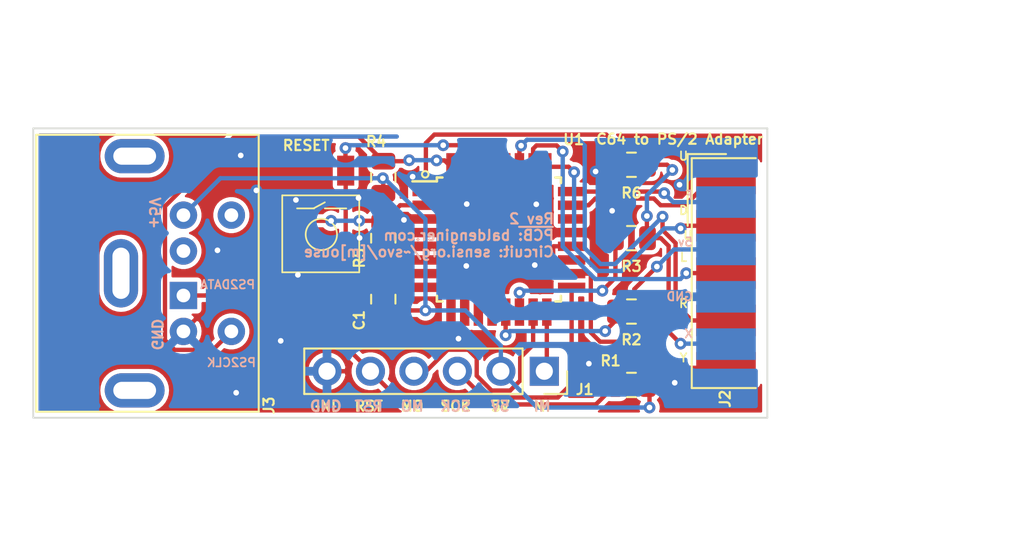
<source format=kicad_pcb>
(kicad_pcb (version 20171130) (host pcbnew "(5.1.6)-1")

  (general
    (thickness 1.6)
    (drawings 33)
    (tracks 219)
    (zones 0)
    (modules 12)
    (nets 32)
  )

  (page A4)
  (layers
    (0 F.Cu signal)
    (31 B.Cu signal)
    (32 B.Adhes user)
    (33 F.Adhes user)
    (34 B.Paste user)
    (35 F.Paste user)
    (36 B.SilkS user)
    (37 F.SilkS user)
    (38 B.Mask user)
    (39 F.Mask user)
    (40 Dwgs.User user)
    (41 Cmts.User user)
    (42 Eco1.User user)
    (43 Eco2.User user)
    (44 Edge.Cuts user)
    (45 Margin user)
    (46 B.CrtYd user)
    (47 F.CrtYd user)
    (48 B.Fab user hide)
    (49 F.Fab user)
  )

  (setup
    (last_trace_width 0.254)
    (trace_clearance 0.1524)
    (zone_clearance 0.254)
    (zone_45_only no)
    (trace_min 0.1524)
    (via_size 0.6858)
    (via_drill 0.3302)
    (via_min_size 0.508)
    (via_min_drill 0.254)
    (uvia_size 0.6858)
    (uvia_drill 0.3302)
    (uvias_allowed no)
    (uvia_min_size 0)
    (uvia_min_drill 0)
    (edge_width 0.05)
    (segment_width 0.2)
    (pcb_text_width 0.3)
    (pcb_text_size 1.5 1.5)
    (mod_edge_width 0.125)
    (mod_text_size 0.6 0.6)
    (mod_text_width 0.125)
    (pad_size 1.524 1.524)
    (pad_drill 0.762)
    (pad_to_mask_clearance 0.0508)
    (solder_mask_min_width 0.101)
    (aux_axis_origin 0 0)
    (visible_elements 7FFFFFFF)
    (pcbplotparams
      (layerselection 0x010fc_ffffffff)
      (usegerberextensions false)
      (usegerberattributes true)
      (usegerberadvancedattributes true)
      (creategerberjobfile true)
      (excludeedgelayer true)
      (linewidth 0.100000)
      (plotframeref false)
      (viasonmask false)
      (mode 1)
      (useauxorigin false)
      (hpglpennumber 1)
      (hpglpenspeed 20)
      (hpglpendiameter 15.000000)
      (psnegative false)
      (psa4output false)
      (plotreference true)
      (plotvalue true)
      (plotinvisibletext false)
      (padsonsilk false)
      (subtractmaskfromsilk false)
      (outputformat 1)
      (mirror false)
      (drillshape 1)
      (scaleselection 1)
      (outputdirectory ""))
  )

  (net 0 "")
  (net 1 GND)
  (net 2 /RESET)
  (net 3 /MOSI)
  (net 4 /SCK)
  (net 5 +5V)
  (net 6 /MISO)
  (net 7 /POTX)
  (net 8 /FIRE)
  (net 9 /POTY)
  (net 10 /RIGHT)
  (net 11 /LEFT)
  (net 12 /DOWN)
  (net 13 /UP)
  (net 14 /PS2DAT)
  (net 15 "Net-(J3-Pad2)")
  (net 16 /PS2CLK)
  (net 17 "Net-(J3-Pad6)")
  (net 18 "Net-(R2-Pad2)")
  (net 19 "Net-(R3-Pad2)")
  (net 20 "Net-(R6-Pad2)")
  (net 21 "Net-(U1-Pad28)")
  (net 22 "Net-(U1-Pad22)")
  (net 23 "Net-(U1-Pad19)")
  (net 24 "Net-(U1-Pad12)")
  (net 25 "Net-(U1-Pad11)")
  (net 26 "Net-(U1-Pad10)")
  (net 27 "Net-(U1-Pad9)")
  (net 28 "Net-(U1-Pad8)")
  (net 29 "Net-(U1-Pad7)")
  (net 30 "Net-(U1-Pad31)")
  (net 31 "Net-(U1-Pad30)")

  (net_class Default "This is the default net class."
    (clearance 0.1524)
    (trace_width 0.254)
    (via_dia 0.6858)
    (via_drill 0.3302)
    (uvia_dia 0.6858)
    (uvia_drill 0.3302)
    (add_net +5V)
    (add_net /DOWN)
    (add_net /FIRE)
    (add_net /LEFT)
    (add_net /MISO)
    (add_net /MOSI)
    (add_net /POTX)
    (add_net /POTY)
    (add_net /PS2CLK)
    (add_net /PS2DAT)
    (add_net /RESET)
    (add_net /RIGHT)
    (add_net /SCK)
    (add_net /UP)
    (add_net GND)
    (add_net "Net-(J3-Pad2)")
    (add_net "Net-(J3-Pad6)")
    (add_net "Net-(R2-Pad2)")
    (add_net "Net-(R3-Pad2)")
    (add_net "Net-(R6-Pad2)")
    (add_net "Net-(U1-Pad10)")
    (add_net "Net-(U1-Pad11)")
    (add_net "Net-(U1-Pad12)")
    (add_net "Net-(U1-Pad19)")
    (add_net "Net-(U1-Pad22)")
    (add_net "Net-(U1-Pad28)")
    (add_net "Net-(U1-Pad30)")
    (add_net "Net-(U1-Pad31)")
    (add_net "Net-(U1-Pad7)")
    (add_net "Net-(U1-Pad8)")
    (add_net "Net-(U1-Pad9)")
  )

  (module Connector_PinSocket_2.54mm:PinSocket_1x06_P2.54mm_Vertical (layer F.Cu) (tedit 5A19A430) (tstamp 5F28B6CA)
    (at 118.4656 83.7311 270)
    (descr "Through hole straight socket strip, 1x06, 2.54mm pitch, single row (from Kicad 4.0.7), script generated")
    (tags "Through hole socket strip THT 1x06 2.54mm single row")
    (path /5F29C87D)
    (fp_text reference J1 (at 1.0668 -2.3622 180) (layer F.SilkS)
      (effects (font (size 0.6 0.6) (thickness 0.125)))
    )
    (fp_text value AVR-ISP-6 (at 0 15.47 90) (layer F.Fab)
      (effects (font (size 0.6 0.6) (thickness 0.125)))
    )
    (fp_line (start -1.8 14.45) (end -1.8 -1.8) (layer F.CrtYd) (width 0.05))
    (fp_line (start 1.75 14.45) (end -1.8 14.45) (layer F.CrtYd) (width 0.05))
    (fp_line (start 1.75 -1.8) (end 1.75 14.45) (layer F.CrtYd) (width 0.05))
    (fp_line (start -1.8 -1.8) (end 1.75 -1.8) (layer F.CrtYd) (width 0.05))
    (fp_line (start 0 -1.33) (end 1.33 -1.33) (layer F.SilkS) (width 0.12))
    (fp_line (start 1.33 -1.33) (end 1.33 0) (layer F.SilkS) (width 0.12))
    (fp_line (start 1.33 1.27) (end 1.33 14.03) (layer F.SilkS) (width 0.12))
    (fp_line (start -1.33 14.03) (end 1.33 14.03) (layer F.SilkS) (width 0.12))
    (fp_line (start -1.33 1.27) (end -1.33 14.03) (layer F.SilkS) (width 0.12))
    (fp_line (start -1.33 1.27) (end 1.33 1.27) (layer F.SilkS) (width 0.12))
    (fp_line (start -1.27 13.97) (end -1.27 -1.27) (layer F.Fab) (width 0.1))
    (fp_line (start 1.27 13.97) (end -1.27 13.97) (layer F.Fab) (width 0.1))
    (fp_line (start 1.27 -0.635) (end 1.27 13.97) (layer F.Fab) (width 0.1))
    (fp_line (start 0.635 -1.27) (end 1.27 -0.635) (layer F.Fab) (width 0.1))
    (fp_line (start -1.27 -1.27) (end 0.635 -1.27) (layer F.Fab) (width 0.1))
    (fp_text user %R (at 0 6.35) (layer F.Fab)
      (effects (font (size 0.6 0.6) (thickness 0.125)))
    )
    (pad 6 thru_hole oval (at 0 12.7 270) (size 1.7 1.7) (drill 1) (layers *.Cu *.Mask)
      (net 1 GND))
    (pad 5 thru_hole oval (at 0 10.16 270) (size 1.7 1.7) (drill 1) (layers *.Cu *.Mask)
      (net 2 /RESET))
    (pad 4 thru_hole oval (at 0 7.62 270) (size 1.7 1.7) (drill 1) (layers *.Cu *.Mask)
      (net 3 /MOSI))
    (pad 3 thru_hole oval (at 0 5.08 270) (size 1.7 1.7) (drill 1) (layers *.Cu *.Mask)
      (net 4 /SCK))
    (pad 2 thru_hole oval (at 0 2.54 270) (size 1.7 1.7) (drill 1) (layers *.Cu *.Mask)
      (net 5 +5V))
    (pad 1 thru_hole rect (at 0 0 270) (size 1.7 1.7) (drill 1) (layers *.Cu *.Mask)
      (net 6 /MISO))
    (model ${KISYS3DMOD}/Connector_PinSocket_2.54mm.3dshapes/PinSocket_1x06_P2.54mm_Vertical.wrl
      (at (xyz 0 0 0))
      (scale (xyz 1 1 1))
      (rotate (xyz 0 0 0))
    )
  )

  (module "My Libraries:Pushbutton-SMD-TL3305-2-Pad" (layer F.Cu) (tedit 59B308AE) (tstamp 5F28F91D)
    (at 105.4354 75.7555)
    (path /5F2E14CD)
    (fp_text reference SW1 (at -0.3556 -4.4831) (layer F.SilkS) hide
      (effects (font (size 0.6 0.6) (thickness 0.125)))
    )
    (fp_text value RESET (at -0.889 -5.2324) (layer F.SilkS)
      (effects (font (size 0.6 0.6) (thickness 0.125)))
    )
    (fp_line (start 0.2032 -1.5494) (end 1.4572 -1.5494) (layer F.SilkS) (width 0.1))
    (fp_line (start -0.4572 -1.5494) (end 0.2032 -1.905) (layer F.SilkS) (width 0.1))
    (fp_line (start -1.4198 -1.5494) (end -0.4198 -1.5494) (layer F.SilkS) (width 0.1))
    (fp_circle (center 0 -0.0254) (end 0.508 0.7366) (layer F.SilkS) (width 0.1))
    (fp_line (start -2.286 2.1886) (end 2.214 2.1886) (layer F.SilkS) (width 0.1))
    (fp_line (start 2.214 -2.3114) (end 2.214 2.1886) (layer F.SilkS) (width 0.1))
    (fp_line (start -2.286 -2.3114) (end -2.286 2.1886) (layer F.SilkS) (width 0.1))
    (fp_line (start -2.286 -2.3114) (end 2.214 -2.3114) (layer F.SilkS) (width 0.1))
    (pad 2 smd rect (at 1.4224 -3.7592) (size 1 1.75) (layers F.Cu F.Paste F.Mask)
      (net 2 /RESET))
    (pad 1 smd rect (at -1.5396 -3.7592) (size 1 1.75) (layers F.Cu F.Paste F.Mask)
      (net 1 GND))
    (pad 2 smd rect (at 1.4224 3.619) (size 1 1.75) (layers F.Cu F.Paste F.Mask)
      (net 2 /RESET))
    (pad 1 smd rect (at -1.5396 3.619) (size 1 1.75) (layers F.Cu F.Paste F.Mask)
      (net 1 GND))
  )

  (module Capacitor_SMD:C_0805_2012Metric (layer F.Cu) (tedit 5B36C52B) (tstamp 5F28B49D)
    (at 109.0549 79.5147 270)
    (descr "Capacitor SMD 0805 (2012 Metric), square (rectangular) end terminal, IPC_7351 nominal, (Body size source: https://docs.google.com/spreadsheets/d/1BsfQQcO9C6DZCsRaXUlFlo91Tg2WpOkGARC1WS5S8t0/edit?usp=sharing), generated with kicad-footprint-generator")
    (tags capacitor)
    (path /5F28E935)
    (attr smd)
    (fp_text reference C1 (at 1.2319 1.4097 90) (layer F.SilkS)
      (effects (font (size 0.6 0.6) (thickness 0.125)))
    )
    (fp_text value 10u (at 0 1.65 90) (layer F.Fab)
      (effects (font (size 0.6 0.6) (thickness 0.125)))
    )
    (fp_line (start 1.68 0.95) (end -1.68 0.95) (layer F.CrtYd) (width 0.05))
    (fp_line (start 1.68 -0.95) (end 1.68 0.95) (layer F.CrtYd) (width 0.05))
    (fp_line (start -1.68 -0.95) (end 1.68 -0.95) (layer F.CrtYd) (width 0.05))
    (fp_line (start -1.68 0.95) (end -1.68 -0.95) (layer F.CrtYd) (width 0.05))
    (fp_line (start -0.258578 0.71) (end 0.258578 0.71) (layer F.SilkS) (width 0.12))
    (fp_line (start -0.258578 -0.71) (end 0.258578 -0.71) (layer F.SilkS) (width 0.12))
    (fp_line (start 1 0.6) (end -1 0.6) (layer F.Fab) (width 0.1))
    (fp_line (start 1 -0.6) (end 1 0.6) (layer F.Fab) (width 0.1))
    (fp_line (start -1 -0.6) (end 1 -0.6) (layer F.Fab) (width 0.1))
    (fp_line (start -1 0.6) (end -1 -0.6) (layer F.Fab) (width 0.1))
    (fp_text user %R (at 0 0 90) (layer F.Fab)
      (effects (font (size 0.6 0.6) (thickness 0.125)))
    )
    (pad 2 smd roundrect (at 0.9375 0 270) (size 0.975 1.4) (layers F.Cu F.Paste F.Mask) (roundrect_rratio 0.25)
      (net 1 GND))
    (pad 1 smd roundrect (at -0.9375 0 270) (size 0.975 1.4) (layers F.Cu F.Paste F.Mask) (roundrect_rratio 0.25)
      (net 5 +5V))
    (model ${KISYS3DMOD}/Capacitor_SMD.3dshapes/C_0805_2012Metric.wrl
      (at (xyz 0 0 0))
      (scale (xyz 1 1 1))
      (rotate (xyz 0 0 0))
    )
  )

  (module Package_QFP:TQFP-32_7x7mm_P0.8mm (layer F.Cu) (tedit 5A02F146) (tstamp 5F28B5EC)
    (at 115.8113 76.0222)
    (descr "32-Lead Plastic Thin Quad Flatpack (PT) - 7x7x1.0 mm Body, 2.00 mm [TQFP] (see Microchip Packaging Specification 00000049BS.pdf)")
    (tags "QFP 0.8")
    (path /5F282D28)
    (attr smd)
    (fp_text reference U1 (at 4.3688 -5.842) (layer F.SilkS)
      (effects (font (size 0.6 0.6) (thickness 0.125)))
    )
    (fp_text value ATmega8-16AU (at 0 6.05) (layer F.Fab)
      (effects (font (size 0.6 0.6) (thickness 0.125)))
    )
    (fp_line (start -3.625 -3.4) (end -5.05 -3.4) (layer F.SilkS) (width 0.15))
    (fp_line (start 3.625 -3.625) (end 3.3 -3.625) (layer F.SilkS) (width 0.15))
    (fp_line (start 3.625 3.625) (end 3.3 3.625) (layer F.SilkS) (width 0.15))
    (fp_line (start -3.625 3.625) (end -3.3 3.625) (layer F.SilkS) (width 0.15))
    (fp_line (start -3.625 -3.625) (end -3.3 -3.625) (layer F.SilkS) (width 0.15))
    (fp_line (start -3.625 3.625) (end -3.625 3.3) (layer F.SilkS) (width 0.15))
    (fp_line (start 3.625 3.625) (end 3.625 3.3) (layer F.SilkS) (width 0.15))
    (fp_line (start 3.625 -3.625) (end 3.625 -3.3) (layer F.SilkS) (width 0.15))
    (fp_line (start -3.625 -3.625) (end -3.625 -3.4) (layer F.SilkS) (width 0.15))
    (fp_line (start -5.3 5.3) (end 5.3 5.3) (layer F.CrtYd) (width 0.05))
    (fp_line (start -5.3 -5.3) (end 5.3 -5.3) (layer F.CrtYd) (width 0.05))
    (fp_line (start 5.3 -5.3) (end 5.3 5.3) (layer F.CrtYd) (width 0.05))
    (fp_line (start -5.3 -5.3) (end -5.3 5.3) (layer F.CrtYd) (width 0.05))
    (fp_line (start -3.5 -2.5) (end -2.5 -3.5) (layer F.Fab) (width 0.15))
    (fp_line (start -3.5 3.5) (end -3.5 -2.5) (layer F.Fab) (width 0.15))
    (fp_line (start 3.5 3.5) (end -3.5 3.5) (layer F.Fab) (width 0.15))
    (fp_line (start 3.5 -3.5) (end 3.5 3.5) (layer F.Fab) (width 0.15))
    (fp_line (start -2.5 -3.5) (end 3.5 -3.5) (layer F.Fab) (width 0.15))
    (fp_text user %R (at 0 0) (layer F.Fab)
      (effects (font (size 0.6 0.6) (thickness 0.125)))
    )
    (pad 32 smd rect (at -2.8 -4.25 90) (size 1.6 0.55) (layers F.Cu F.Paste F.Mask)
      (net 16 /PS2CLK))
    (pad 31 smd rect (at -2 -4.25 90) (size 1.6 0.55) (layers F.Cu F.Paste F.Mask)
      (net 30 "Net-(U1-Pad31)"))
    (pad 30 smd rect (at -1.2 -4.25 90) (size 1.6 0.55) (layers F.Cu F.Paste F.Mask)
      (net 31 "Net-(U1-Pad30)"))
    (pad 29 smd rect (at -0.4 -4.25 90) (size 1.6 0.55) (layers F.Cu F.Paste F.Mask)
      (net 2 /RESET))
    (pad 28 smd rect (at 0.4 -4.25 90) (size 1.6 0.55) (layers F.Cu F.Paste F.Mask)
      (net 21 "Net-(U1-Pad28)"))
    (pad 27 smd rect (at 1.2 -4.25 90) (size 1.6 0.55) (layers F.Cu F.Paste F.Mask)
      (net 10 /RIGHT))
    (pad 26 smd rect (at 2 -4.25 90) (size 1.6 0.55) (layers F.Cu F.Paste F.Mask)
      (net 11 /LEFT))
    (pad 25 smd rect (at 2.8 -4.25 90) (size 1.6 0.55) (layers F.Cu F.Paste F.Mask)
      (net 12 /DOWN))
    (pad 24 smd rect (at 4.25 -2.8) (size 1.6 0.55) (layers F.Cu F.Paste F.Mask)
      (net 8 /FIRE))
    (pad 23 smd rect (at 4.25 -2) (size 1.6 0.55) (layers F.Cu F.Paste F.Mask)
      (net 13 /UP))
    (pad 22 smd rect (at 4.25 -1.2) (size 1.6 0.55) (layers F.Cu F.Paste F.Mask)
      (net 22 "Net-(U1-Pad22)"))
    (pad 21 smd rect (at 4.25 -0.4) (size 1.6 0.55) (layers F.Cu F.Paste F.Mask)
      (net 1 GND))
    (pad 20 smd rect (at 4.25 0.4) (size 1.6 0.55) (layers F.Cu F.Paste F.Mask)
      (net 5 +5V))
    (pad 19 smd rect (at 4.25 1.2) (size 1.6 0.55) (layers F.Cu F.Paste F.Mask)
      (net 23 "Net-(U1-Pad19)"))
    (pad 18 smd rect (at 4.25 2) (size 1.6 0.55) (layers F.Cu F.Paste F.Mask)
      (net 5 +5V))
    (pad 17 smd rect (at 4.25 2.8) (size 1.6 0.55) (layers F.Cu F.Paste F.Mask)
      (net 4 /SCK))
    (pad 16 smd rect (at 2.8 4.25 90) (size 1.6 0.55) (layers F.Cu F.Paste F.Mask)
      (net 6 /MISO))
    (pad 15 smd rect (at 2 4.25 90) (size 1.6 0.55) (layers F.Cu F.Paste F.Mask)
      (net 3 /MOSI))
    (pad 14 smd rect (at 1.2 4.25 90) (size 1.6 0.55) (layers F.Cu F.Paste F.Mask)
      (net 19 "Net-(R3-Pad2)"))
    (pad 13 smd rect (at 0.4 4.25 90) (size 1.6 0.55) (layers F.Cu F.Paste F.Mask)
      (net 18 "Net-(R2-Pad2)"))
    (pad 12 smd rect (at -0.4 4.25 90) (size 1.6 0.55) (layers F.Cu F.Paste F.Mask)
      (net 24 "Net-(U1-Pad12)"))
    (pad 11 smd rect (at -1.2 4.25 90) (size 1.6 0.55) (layers F.Cu F.Paste F.Mask)
      (net 25 "Net-(U1-Pad11)"))
    (pad 10 smd rect (at -2 4.25 90) (size 1.6 0.55) (layers F.Cu F.Paste F.Mask)
      (net 26 "Net-(U1-Pad10)"))
    (pad 9 smd rect (at -2.8 4.25 90) (size 1.6 0.55) (layers F.Cu F.Paste F.Mask)
      (net 27 "Net-(U1-Pad9)"))
    (pad 8 smd rect (at -4.25 2.8) (size 1.6 0.55) (layers F.Cu F.Paste F.Mask)
      (net 28 "Net-(U1-Pad8)"))
    (pad 7 smd rect (at -4.25 2) (size 1.6 0.55) (layers F.Cu F.Paste F.Mask)
      (net 29 "Net-(U1-Pad7)"))
    (pad 6 smd rect (at -4.25 1.2) (size 1.6 0.55) (layers F.Cu F.Paste F.Mask)
      (net 5 +5V))
    (pad 5 smd rect (at -4.25 0.4) (size 1.6 0.55) (layers F.Cu F.Paste F.Mask)
      (net 1 GND))
    (pad 4 smd rect (at -4.25 -0.4) (size 1.6 0.55) (layers F.Cu F.Paste F.Mask)
      (net 5 +5V))
    (pad 3 smd rect (at -4.25 -1.2) (size 1.6 0.55) (layers F.Cu F.Paste F.Mask)
      (net 1 GND))
    (pad 2 smd rect (at -4.25 -2) (size 1.6 0.55) (layers F.Cu F.Paste F.Mask)
      (net 14 /PS2DAT))
    (pad 1 smd rect (at -4.25 -2.8) (size 1.6 0.55) (layers F.Cu F.Paste F.Mask)
      (net 20 "Net-(R6-Pad2)"))
    (model ${KISYS3DMOD}/Package_QFP.3dshapes/TQFP-32_7x7mm_P0.8mm.wrl
      (at (xyz 0 0 0))
      (scale (xyz 1 1 1))
      (rotate (xyz 0 0 0))
    )
  )

  (module Resistor_SMD:R_0805_2012Metric (layer F.Cu) (tedit 5B36C52B) (tstamp 5F28B824)
    (at 123.5583 71.6534 180)
    (descr "Resistor SMD 0805 (2012 Metric), square (rectangular) end terminal, IPC_7351 nominal, (Body size source: https://docs.google.com/spreadsheets/d/1BsfQQcO9C6DZCsRaXUlFlo91Tg2WpOkGARC1WS5S8t0/edit?usp=sharing), generated with kicad-footprint-generator")
    (tags resistor)
    (path /5F2866C9)
    (attr smd)
    (fp_text reference R6 (at 0 -1.65) (layer F.SilkS)
      (effects (font (size 0.6 0.6) (thickness 0.125)))
    )
    (fp_text value 0 (at 0 1.65) (layer F.Fab)
      (effects (font (size 0.6 0.6) (thickness 0.125)))
    )
    (fp_line (start 1.68 0.95) (end -1.68 0.95) (layer F.CrtYd) (width 0.05))
    (fp_line (start 1.68 -0.95) (end 1.68 0.95) (layer F.CrtYd) (width 0.05))
    (fp_line (start -1.68 -0.95) (end 1.68 -0.95) (layer F.CrtYd) (width 0.05))
    (fp_line (start -1.68 0.95) (end -1.68 -0.95) (layer F.CrtYd) (width 0.05))
    (fp_line (start -0.258578 0.71) (end 0.258578 0.71) (layer F.SilkS) (width 0.12))
    (fp_line (start -0.258578 -0.71) (end 0.258578 -0.71) (layer F.SilkS) (width 0.12))
    (fp_line (start 1 0.6) (end -1 0.6) (layer F.Fab) (width 0.1))
    (fp_line (start 1 -0.6) (end 1 0.6) (layer F.Fab) (width 0.1))
    (fp_line (start -1 -0.6) (end 1 -0.6) (layer F.Fab) (width 0.1))
    (fp_line (start -1 0.6) (end -1 -0.6) (layer F.Fab) (width 0.1))
    (fp_text user %R (at 0 0) (layer F.Fab)
      (effects (font (size 0.6 0.6) (thickness 0.125)))
    )
    (pad 2 smd roundrect (at 0.9375 0 180) (size 0.975 1.4) (layers F.Cu F.Paste F.Mask) (roundrect_rratio 0.25)
      (net 20 "Net-(R6-Pad2)"))
    (pad 1 smd roundrect (at -0.9375 0 180) (size 0.975 1.4) (layers F.Cu F.Paste F.Mask) (roundrect_rratio 0.25)
      (net 7 /POTX))
    (model ${KISYS3DMOD}/Resistor_SMD.3dshapes/R_0805_2012Metric.wrl
      (at (xyz 0 0 0))
      (scale (xyz 1 1 1))
      (rotate (xyz 0 0 0))
    )
  )

  (module Resistor_SMD:R_0805_2012Metric (layer F.Cu) (tedit 5B36C52B) (tstamp 5F28B4CD)
    (at 109.0549 75.94905 90)
    (descr "Resistor SMD 0805 (2012 Metric), square (rectangular) end terminal, IPC_7351 nominal, (Body size source: https://docs.google.com/spreadsheets/d/1BsfQQcO9C6DZCsRaXUlFlo91Tg2WpOkGARC1WS5S8t0/edit?usp=sharing), generated with kicad-footprint-generator")
    (tags resistor)
    (path /5F285EDA)
    (attr smd)
    (fp_text reference R5 (at -1.16535 -1.397 270) (layer F.SilkS)
      (effects (font (size 0.6 0.6) (thickness 0.125)))
    )
    (fp_text value 10K (at 0 1.65 90) (layer F.Fab)
      (effects (font (size 0.6 0.6) (thickness 0.125)))
    )
    (fp_line (start 1.68 0.95) (end -1.68 0.95) (layer F.CrtYd) (width 0.05))
    (fp_line (start 1.68 -0.95) (end 1.68 0.95) (layer F.CrtYd) (width 0.05))
    (fp_line (start -1.68 -0.95) (end 1.68 -0.95) (layer F.CrtYd) (width 0.05))
    (fp_line (start -1.68 0.95) (end -1.68 -0.95) (layer F.CrtYd) (width 0.05))
    (fp_line (start -0.258578 0.71) (end 0.258578 0.71) (layer F.SilkS) (width 0.12))
    (fp_line (start -0.258578 -0.71) (end 0.258578 -0.71) (layer F.SilkS) (width 0.12))
    (fp_line (start 1 0.6) (end -1 0.6) (layer F.Fab) (width 0.1))
    (fp_line (start 1 -0.6) (end 1 0.6) (layer F.Fab) (width 0.1))
    (fp_line (start -1 -0.6) (end 1 -0.6) (layer F.Fab) (width 0.1))
    (fp_line (start -1 0.6) (end -1 -0.6) (layer F.Fab) (width 0.1))
    (fp_text user %R (at 0 0 90) (layer F.Fab)
      (effects (font (size 0.6 0.6) (thickness 0.125)))
    )
    (pad 2 smd roundrect (at 0.9375 0 90) (size 0.975 1.4) (layers F.Cu F.Paste F.Mask) (roundrect_rratio 0.25)
      (net 14 /PS2DAT))
    (pad 1 smd roundrect (at -0.9375 0 90) (size 0.975 1.4) (layers F.Cu F.Paste F.Mask) (roundrect_rratio 0.25)
      (net 5 +5V))
    (model ${KISYS3DMOD}/Resistor_SMD.3dshapes/R_0805_2012Metric.wrl
      (at (xyz 0 0 0))
      (scale (xyz 1 1 1))
      (rotate (xyz 0 0 0))
    )
  )

  (module Resistor_SMD:R_0805_2012Metric (layer F.Cu) (tedit 5B36C52B) (tstamp 5F28B509)
    (at 109.0549 72.3834 90)
    (descr "Resistor SMD 0805 (2012 Metric), square (rectangular) end terminal, IPC_7351 nominal, (Body size source: https://docs.google.com/spreadsheets/d/1BsfQQcO9C6DZCsRaXUlFlo91Tg2WpOkGARC1WS5S8t0/edit?usp=sharing), generated with kicad-footprint-generator")
    (tags resistor)
    (path /5F2852CF)
    (attr smd)
    (fp_text reference R4 (at 2.0889 -0.4191 180) (layer F.SilkS)
      (effects (font (size 0.6 0.6) (thickness 0.125)))
    )
    (fp_text value 10K (at 0 1.65 90) (layer F.Fab)
      (effects (font (size 0.6 0.6) (thickness 0.125)))
    )
    (fp_line (start 1.68 0.95) (end -1.68 0.95) (layer F.CrtYd) (width 0.05))
    (fp_line (start 1.68 -0.95) (end 1.68 0.95) (layer F.CrtYd) (width 0.05))
    (fp_line (start -1.68 -0.95) (end 1.68 -0.95) (layer F.CrtYd) (width 0.05))
    (fp_line (start -1.68 0.95) (end -1.68 -0.95) (layer F.CrtYd) (width 0.05))
    (fp_line (start -0.258578 0.71) (end 0.258578 0.71) (layer F.SilkS) (width 0.12))
    (fp_line (start -0.258578 -0.71) (end 0.258578 -0.71) (layer F.SilkS) (width 0.12))
    (fp_line (start 1 0.6) (end -1 0.6) (layer F.Fab) (width 0.1))
    (fp_line (start 1 -0.6) (end 1 0.6) (layer F.Fab) (width 0.1))
    (fp_line (start -1 -0.6) (end 1 -0.6) (layer F.Fab) (width 0.1))
    (fp_line (start -1 0.6) (end -1 -0.6) (layer F.Fab) (width 0.1))
    (fp_text user %R (at 0 0 90) (layer F.Fab)
      (effects (font (size 0.6 0.6) (thickness 0.125)))
    )
    (pad 2 smd roundrect (at 0.9375 0 90) (size 0.975 1.4) (layers F.Cu F.Paste F.Mask) (roundrect_rratio 0.25)
      (net 16 /PS2CLK))
    (pad 1 smd roundrect (at -0.9375 0 90) (size 0.975 1.4) (layers F.Cu F.Paste F.Mask) (roundrect_rratio 0.25)
      (net 5 +5V))
    (model ${KISYS3DMOD}/Resistor_SMD.3dshapes/R_0805_2012Metric.wrl
      (at (xyz 0 0 0))
      (scale (xyz 1 1 1))
      (rotate (xyz 0 0 0))
    )
  )

  (module Resistor_SMD:R_0805_2012Metric (layer F.Cu) (tedit 5B36C52B) (tstamp 5F28B539)
    (at 123.5583 75.945966 180)
    (descr "Resistor SMD 0805 (2012 Metric), square (rectangular) end terminal, IPC_7351 nominal, (Body size source: https://docs.google.com/spreadsheets/d/1BsfQQcO9C6DZCsRaXUlFlo91Tg2WpOkGARC1WS5S8t0/edit?usp=sharing), generated with kicad-footprint-generator")
    (tags resistor)
    (path /5F286126)
    (attr smd)
    (fp_text reference R3 (at 0 -1.65) (layer F.SilkS)
      (effects (font (size 0.6 0.6) (thickness 0.125)))
    )
    (fp_text value 10K (at 0 1.65) (layer F.Fab)
      (effects (font (size 0.6 0.6) (thickness 0.125)))
    )
    (fp_line (start 1.68 0.95) (end -1.68 0.95) (layer F.CrtYd) (width 0.05))
    (fp_line (start 1.68 -0.95) (end 1.68 0.95) (layer F.CrtYd) (width 0.05))
    (fp_line (start -1.68 -0.95) (end 1.68 -0.95) (layer F.CrtYd) (width 0.05))
    (fp_line (start -1.68 0.95) (end -1.68 -0.95) (layer F.CrtYd) (width 0.05))
    (fp_line (start -0.258578 0.71) (end 0.258578 0.71) (layer F.SilkS) (width 0.12))
    (fp_line (start -0.258578 -0.71) (end 0.258578 -0.71) (layer F.SilkS) (width 0.12))
    (fp_line (start 1 0.6) (end -1 0.6) (layer F.Fab) (width 0.1))
    (fp_line (start 1 -0.6) (end 1 0.6) (layer F.Fab) (width 0.1))
    (fp_line (start -1 -0.6) (end 1 -0.6) (layer F.Fab) (width 0.1))
    (fp_line (start -1 0.6) (end -1 -0.6) (layer F.Fab) (width 0.1))
    (fp_text user %R (at 0 0) (layer F.Fab)
      (effects (font (size 0.6 0.6) (thickness 0.125)))
    )
    (pad 2 smd roundrect (at 0.9375 0 180) (size 0.975 1.4) (layers F.Cu F.Paste F.Mask) (roundrect_rratio 0.25)
      (net 19 "Net-(R3-Pad2)"))
    (pad 1 smd roundrect (at -0.9375 0 180) (size 0.975 1.4) (layers F.Cu F.Paste F.Mask) (roundrect_rratio 0.25)
      (net 7 /POTX))
    (model ${KISYS3DMOD}/Resistor_SMD.3dshapes/R_0805_2012Metric.wrl
      (at (xyz 0 0 0))
      (scale (xyz 1 1 1))
      (rotate (xyz 0 0 0))
    )
  )

  (module Resistor_SMD:R_0805_2012Metric (layer F.Cu) (tedit 5B36C52B) (tstamp 5F28B569)
    (at 123.5583 80.238532 180)
    (descr "Resistor SMD 0805 (2012 Metric), square (rectangular) end terminal, IPC_7351 nominal, (Body size source: https://docs.google.com/spreadsheets/d/1BsfQQcO9C6DZCsRaXUlFlo91Tg2WpOkGARC1WS5S8t0/edit?usp=sharing), generated with kicad-footprint-generator")
    (tags resistor)
    (path /5F2D2437)
    (attr smd)
    (fp_text reference R2 (at 0 -1.65) (layer F.SilkS)
      (effects (font (size 0.6 0.6) (thickness 0.125)))
    )
    (fp_text value 10K (at 0 1.65) (layer F.Fab)
      (effects (font (size 0.6 0.6) (thickness 0.125)))
    )
    (fp_line (start 1.68 0.95) (end -1.68 0.95) (layer F.CrtYd) (width 0.05))
    (fp_line (start 1.68 -0.95) (end 1.68 0.95) (layer F.CrtYd) (width 0.05))
    (fp_line (start -1.68 -0.95) (end 1.68 -0.95) (layer F.CrtYd) (width 0.05))
    (fp_line (start -1.68 0.95) (end -1.68 -0.95) (layer F.CrtYd) (width 0.05))
    (fp_line (start -0.258578 0.71) (end 0.258578 0.71) (layer F.SilkS) (width 0.12))
    (fp_line (start -0.258578 -0.71) (end 0.258578 -0.71) (layer F.SilkS) (width 0.12))
    (fp_line (start 1 0.6) (end -1 0.6) (layer F.Fab) (width 0.1))
    (fp_line (start 1 -0.6) (end 1 0.6) (layer F.Fab) (width 0.1))
    (fp_line (start -1 -0.6) (end 1 -0.6) (layer F.Fab) (width 0.1))
    (fp_line (start -1 0.6) (end -1 -0.6) (layer F.Fab) (width 0.1))
    (fp_text user %R (at 0 0) (layer F.Fab)
      (effects (font (size 0.6 0.6) (thickness 0.125)))
    )
    (pad 2 smd roundrect (at 0.9375 0 180) (size 0.975 1.4) (layers F.Cu F.Paste F.Mask) (roundrect_rratio 0.25)
      (net 18 "Net-(R2-Pad2)"))
    (pad 1 smd roundrect (at -0.9375 0 180) (size 0.975 1.4) (layers F.Cu F.Paste F.Mask) (roundrect_rratio 0.25)
      (net 9 /POTY))
    (model ${KISYS3DMOD}/Resistor_SMD.3dshapes/R_0805_2012Metric.wrl
      (at (xyz 0 0 0))
      (scale (xyz 1 1 1))
      (rotate (xyz 0 0 0))
    )
  )

  (module Resistor_SMD:R_0805_2012Metric (layer F.Cu) (tedit 5B36C52B) (tstamp 5F28B854)
    (at 123.5583 84.5311 180)
    (descr "Resistor SMD 0805 (2012 Metric), square (rectangular) end terminal, IPC_7351 nominal, (Body size source: https://docs.google.com/spreadsheets/d/1BsfQQcO9C6DZCsRaXUlFlo91Tg2WpOkGARC1WS5S8t0/edit?usp=sharing), generated with kicad-footprint-generator")
    (tags resistor)
    (path /5F284D0E)
    (attr smd)
    (fp_text reference R1 (at 1.2192 1.4096) (layer F.SilkS)
      (effects (font (size 0.6 0.6) (thickness 0.125)))
    )
    (fp_text value 10K (at 0 1.65) (layer F.Fab)
      (effects (font (size 0.6 0.6) (thickness 0.125)))
    )
    (fp_line (start 1.68 0.95) (end -1.68 0.95) (layer F.CrtYd) (width 0.05))
    (fp_line (start 1.68 -0.95) (end 1.68 0.95) (layer F.CrtYd) (width 0.05))
    (fp_line (start -1.68 -0.95) (end 1.68 -0.95) (layer F.CrtYd) (width 0.05))
    (fp_line (start -1.68 0.95) (end -1.68 -0.95) (layer F.CrtYd) (width 0.05))
    (fp_line (start -0.258578 0.71) (end 0.258578 0.71) (layer F.SilkS) (width 0.12))
    (fp_line (start -0.258578 -0.71) (end 0.258578 -0.71) (layer F.SilkS) (width 0.12))
    (fp_line (start 1 0.6) (end -1 0.6) (layer F.Fab) (width 0.1))
    (fp_line (start 1 -0.6) (end 1 0.6) (layer F.Fab) (width 0.1))
    (fp_line (start -1 -0.6) (end 1 -0.6) (layer F.Fab) (width 0.1))
    (fp_line (start -1 0.6) (end -1 -0.6) (layer F.Fab) (width 0.1))
    (fp_text user %R (at 0 0) (layer F.Fab)
      (effects (font (size 0.6 0.6) (thickness 0.125)))
    )
    (pad 2 smd roundrect (at 0.9375 0 180) (size 0.975 1.4) (layers F.Cu F.Paste F.Mask) (roundrect_rratio 0.25)
      (net 2 /RESET))
    (pad 1 smd roundrect (at -0.9375 0 180) (size 0.975 1.4) (layers F.Cu F.Paste F.Mask) (roundrect_rratio 0.25)
      (net 5 +5V))
    (model ${KISYS3DMOD}/Resistor_SMD.3dshapes/R_0805_2012Metric.wrl
      (at (xyz 0 0 0))
      (scale (xyz 1 1 1))
      (rotate (xyz 0 0 0))
    )
  )

  (module "My Libraries:Connector_Mini-DIN_Female_6Pin_2rows" (layer F.Cu) (tedit 58E946D2) (tstamp 5F28B67D)
    (at 97.376 79.3007 270)
    (descr "A footprint for the generic 6 pin Mini-DIN through hole connector with shell.")
    (tags "mini din 6pin connector socket")
    (path /5F28FB10)
    (fp_text reference J3 (at 6.437 -4.9987 90) (layer F.SilkS)
      (effects (font (size 0.6 0.6) (thickness 0.125)))
    )
    (fp_text value "PS/2 Socket" (at -0.03 10.15 90) (layer F.Fab)
      (effects (font (size 0.6 0.6) (thickness 0.125)))
    )
    (fp_line (start 7.19 9) (end -9.81 9) (layer F.CrtYd) (width 0.05))
    (fp_line (start 7.19 9) (end 7.19 -5.05) (layer F.CrtYd) (width 0.05))
    (fp_line (start -9.81 -5.05) (end -9.81 9) (layer F.CrtYd) (width 0.05))
    (fp_line (start -9.81 -5.05) (end 7.19 -5.05) (layer F.CrtYd) (width 0.05))
    (fp_line (start -9.4 8.6) (end 6.8 8.6) (layer F.SilkS) (width 0.12))
    (fp_line (start -9.4 -4.4) (end 6.8 -4.4) (layer F.SilkS) (width 0.12))
    (fp_line (start -9.4 -4.4) (end -9.4 8.6) (layer F.SilkS) (width 0.12))
    (fp_line (start 6.8 -4.4) (end 6.8 8.6) (layer F.SilkS) (width 0.12))
    (fp_line (start -9.3 -4.3) (end 6.7 -4.3) (layer F.Fab) (width 0.1))
    (fp_line (start -9.3 8.5) (end -9.3 -4.3) (layer F.Fab) (width 0.1))
    (fp_line (start 6.7 8.5) (end -9.3 8.5) (layer F.Fab) (width 0.1))
    (fp_line (start 6.7 -4.3) (end 6.7 8.5) (layer F.Fab) (width 0.1))
    (fp_text user %R (at -1.27 -6.35 90) (layer F.Fab)
      (effects (font (size 0.6 0.6) (thickness 0.125)))
    )
    (pad 7 thru_hole oval (at -8.15 2.85 270) (size 2 3.5) (drill oval 1 2.5) (layers *.Cu *.Mask))
    (pad 7 thru_hole oval (at 5.55 2.85 270) (size 2 3.5) (drill oval 1 2.5) (layers *.Cu *.Mask))
    (pad 1 thru_hole rect (at 0 0 270) (size 1.6 1.6) (drill 0.8) (layers *.Cu *.Mask)
      (net 14 /PS2DAT))
    (pad 2 thru_hole circle (at -2.6 0 270) (size 1.6 1.6) (drill 0.8) (layers *.Cu *.Mask)
      (net 15 "Net-(J3-Pad2)"))
    (pad 3 thru_hole circle (at 2.1 0 270) (size 1.6 1.6) (drill 0.8) (layers *.Cu *.Mask)
      (net 1 GND))
    (pad 4 thru_hole circle (at -4.7 0 270) (size 1.6 1.6) (drill 0.8) (layers *.Cu *.Mask)
      (net 5 +5V))
    (pad 5 thru_hole circle (at 2.1 -2.8 270) (size 1.6 1.6) (drill 0.8) (layers *.Cu *.Mask)
      (net 16 /PS2CLK))
    (pad 6 thru_hole circle (at -4.7 -2.8 270) (size 1.6 1.6) (drill 0.8) (layers *.Cu *.Mask)
      (net 17 "Net-(J3-Pad6)"))
    (pad 7 thru_hole oval (at -1.3 3.65 270) (size 4 2) (drill oval 3 1) (layers *.Cu *.Mask))
  )

  (module Connector_Dsub:DSUB-9_Female_EdgeMount_P2.77mm (layer F.Cu) (tedit 59FEDEE2) (tstamp 5F29019B)
    (at 129.0828 77.9907 90)
    (descr "9-pin D-Sub connector, solder-cups edge-mounted, female, x-pin-pitch 2.77mm, distance of mounting holes 25mm, see https://disti-assets.s3.amazonaws.com/tonar/files/datasheets/16730.pdf")
    (tags "9-pin D-Sub connector edge mount solder cup female x-pin-pitch 2.77mm mounting holes distance 25mm")
    (path /5F29143D)
    (attr smd)
    (fp_text reference J2 (at -7.3533 -0.0508 90) (layer F.SilkS)
      (effects (font (size 0.6 0.6) (thickness 0.125)))
    )
    (fp_text value "Joystick Port" (at 0 16.86 90) (layer F.Fab)
      (effects (font (size 0.6 0.6) (thickness 0.125)))
    )
    (fp_line (start -15.425 1.99) (end 15.425 1.99) (layer Dwgs.User) (width 0.05))
    (fp_line (start 6.963333 -2.24) (end 2.77 -2.24) (layer F.SilkS) (width 0.12))
    (fp_line (start 6.963333 0) (end 6.963333 -2.24) (layer F.SilkS) (width 0.12))
    (fp_line (start -6.723333 -2) (end -6.723333 1.74) (layer F.SilkS) (width 0.12))
    (fp_line (start 6.723333 -2) (end -6.723333 -2) (layer F.SilkS) (width 0.12))
    (fp_line (start 6.723333 1.74) (end 6.723333 -2) (layer F.SilkS) (width 0.12))
    (fp_line (start -7 1.5) (end -7 -2.25) (layer F.CrtYd) (width 0.05))
    (fp_line (start -8.05 1.5) (end -7 1.5) (layer F.CrtYd) (width 0.05))
    (fp_line (start -8.05 4.3) (end -8.05 1.5) (layer F.CrtYd) (width 0.05))
    (fp_line (start -9.05 4.3) (end -8.05 4.3) (layer F.CrtYd) (width 0.05))
    (fp_line (start -9.05 8.8) (end -9.05 4.3) (layer F.CrtYd) (width 0.05))
    (fp_line (start -15.95 8.8) (end -9.05 8.8) (layer F.CrtYd) (width 0.05))
    (fp_line (start -15.95 10.2) (end -15.95 8.8) (layer F.CrtYd) (width 0.05))
    (fp_line (start -8.65 10.2) (end -15.95 10.2) (layer F.CrtYd) (width 0.05))
    (fp_line (start -8.65 16.4) (end -8.65 10.2) (layer F.CrtYd) (width 0.05))
    (fp_line (start 8.65 16.4) (end -8.65 16.4) (layer F.CrtYd) (width 0.05))
    (fp_line (start 8.65 10.2) (end 8.65 16.4) (layer F.CrtYd) (width 0.05))
    (fp_line (start 15.95 10.2) (end 8.65 10.2) (layer F.CrtYd) (width 0.05))
    (fp_line (start 15.95 8.8) (end 15.95 10.2) (layer F.CrtYd) (width 0.05))
    (fp_line (start 9.05 8.8) (end 15.95 8.8) (layer F.CrtYd) (width 0.05))
    (fp_line (start 9.05 4.3) (end 9.05 8.8) (layer F.CrtYd) (width 0.05))
    (fp_line (start 8.05 4.3) (end 9.05 4.3) (layer F.CrtYd) (width 0.05))
    (fp_line (start 8.05 1.5) (end 8.05 4.3) (layer F.CrtYd) (width 0.05))
    (fp_line (start 7 1.5) (end 8.05 1.5) (layer F.CrtYd) (width 0.05))
    (fp_line (start 7 -2.25) (end 7 1.5) (layer F.CrtYd) (width 0.05))
    (fp_line (start -7 -2.25) (end 7 -2.25) (layer F.CrtYd) (width 0.05))
    (fp_line (start 8.15 9.69) (end -8.15 9.69) (layer F.Fab) (width 0.1))
    (fp_line (start 8.15 15.86) (end 8.15 9.69) (layer F.Fab) (width 0.1))
    (fp_line (start -8.15 15.86) (end 8.15 15.86) (layer F.Fab) (width 0.1))
    (fp_line (start -8.15 9.69) (end -8.15 15.86) (layer F.Fab) (width 0.1))
    (fp_line (start 15.425 9.29) (end -15.425 9.29) (layer F.Fab) (width 0.1))
    (fp_line (start 15.425 9.69) (end 15.425 9.29) (layer F.Fab) (width 0.1))
    (fp_line (start -15.425 9.69) (end 15.425 9.69) (layer F.Fab) (width 0.1))
    (fp_line (start -15.425 9.29) (end -15.425 9.69) (layer F.Fab) (width 0.1))
    (fp_line (start 8.55 4.79) (end -8.55 4.79) (layer F.Fab) (width 0.1))
    (fp_line (start 8.55 9.29) (end 8.55 4.79) (layer F.Fab) (width 0.1))
    (fp_line (start -8.55 9.29) (end 8.55 9.29) (layer F.Fab) (width 0.1))
    (fp_line (start -8.55 4.79) (end -8.55 9.29) (layer F.Fab) (width 0.1))
    (fp_line (start 7.55 1.99) (end -7.55 1.99) (layer F.Fab) (width 0.1))
    (fp_line (start 7.55 4.79) (end 7.55 1.99) (layer F.Fab) (width 0.1))
    (fp_line (start -7.55 4.79) (end 7.55 4.79) (layer F.Fab) (width 0.1))
    (fp_line (start -7.55 1.99) (end -7.55 4.79) (layer F.Fab) (width 0.1))
    (fp_line (start -3.555 -0.91) (end -4.755 -0.91) (layer B.Fab) (width 0.1))
    (fp_line (start -3.555 1.99) (end -3.555 -0.91) (layer B.Fab) (width 0.1))
    (fp_line (start -4.755 1.99) (end -3.555 1.99) (layer B.Fab) (width 0.1))
    (fp_line (start -4.755 -0.91) (end -4.755 1.99) (layer B.Fab) (width 0.1))
    (fp_line (start -0.785 -0.91) (end -1.985 -0.91) (layer B.Fab) (width 0.1))
    (fp_line (start -0.785 1.99) (end -0.785 -0.91) (layer B.Fab) (width 0.1))
    (fp_line (start -1.985 1.99) (end -0.785 1.99) (layer B.Fab) (width 0.1))
    (fp_line (start -1.985 -0.91) (end -1.985 1.99) (layer B.Fab) (width 0.1))
    (fp_line (start 1.985 -0.91) (end 0.785 -0.91) (layer B.Fab) (width 0.1))
    (fp_line (start 1.985 1.99) (end 1.985 -0.91) (layer B.Fab) (width 0.1))
    (fp_line (start 0.785 1.99) (end 1.985 1.99) (layer B.Fab) (width 0.1))
    (fp_line (start 0.785 -0.91) (end 0.785 1.99) (layer B.Fab) (width 0.1))
    (fp_line (start 4.755 -0.91) (end 3.555 -0.91) (layer B.Fab) (width 0.1))
    (fp_line (start 4.755 1.99) (end 4.755 -0.91) (layer B.Fab) (width 0.1))
    (fp_line (start 3.555 1.99) (end 4.755 1.99) (layer B.Fab) (width 0.1))
    (fp_line (start 3.555 -0.91) (end 3.555 1.99) (layer B.Fab) (width 0.1))
    (fp_line (start -4.94 -0.91) (end -6.14 -0.91) (layer F.Fab) (width 0.1))
    (fp_line (start -4.94 1.99) (end -4.94 -0.91) (layer F.Fab) (width 0.1))
    (fp_line (start -6.14 1.99) (end -4.94 1.99) (layer F.Fab) (width 0.1))
    (fp_line (start -6.14 -0.91) (end -6.14 1.99) (layer F.Fab) (width 0.1))
    (fp_line (start -2.17 -0.91) (end -3.37 -0.91) (layer F.Fab) (width 0.1))
    (fp_line (start -2.17 1.99) (end -2.17 -0.91) (layer F.Fab) (width 0.1))
    (fp_line (start -3.37 1.99) (end -2.17 1.99) (layer F.Fab) (width 0.1))
    (fp_line (start -3.37 -0.91) (end -3.37 1.99) (layer F.Fab) (width 0.1))
    (fp_line (start 0.6 -0.91) (end -0.6 -0.91) (layer F.Fab) (width 0.1))
    (fp_line (start 0.6 1.99) (end 0.6 -0.91) (layer F.Fab) (width 0.1))
    (fp_line (start -0.6 1.99) (end 0.6 1.99) (layer F.Fab) (width 0.1))
    (fp_line (start -0.6 -0.91) (end -0.6 1.99) (layer F.Fab) (width 0.1))
    (fp_line (start 3.37 -0.91) (end 2.17 -0.91) (layer F.Fab) (width 0.1))
    (fp_line (start 3.37 1.99) (end 3.37 -0.91) (layer F.Fab) (width 0.1))
    (fp_line (start 2.17 1.99) (end 3.37 1.99) (layer F.Fab) (width 0.1))
    (fp_line (start 2.17 -0.91) (end 2.17 1.99) (layer F.Fab) (width 0.1))
    (fp_line (start 6.14 -0.91) (end 4.94 -0.91) (layer F.Fab) (width 0.1))
    (fp_line (start 6.14 1.99) (end 6.14 -0.91) (layer F.Fab) (width 0.1))
    (fp_line (start 4.94 1.99) (end 6.14 1.99) (layer F.Fab) (width 0.1))
    (fp_line (start 4.94 -0.91) (end 4.94 1.99) (layer F.Fab) (width 0.1))
    (fp_text user "PCB edge" (at -10.425 1.323333 90) (layer Dwgs.User)
      (effects (font (size 0.5 0.5) (thickness 0.075)))
    )
    (fp_text user %R (at 0 3.39 90) (layer F.Fab)
      (effects (font (size 0.6 0.6) (thickness 0.125)))
    )
    (pad 9 smd rect (at -4.155 0 90) (size 1.846667 3.48) (layers B.Cu B.Paste B.Mask)
      (net 7 /POTX))
    (pad 8 smd rect (at -1.385 0 90) (size 1.846667 3.48) (layers B.Cu B.Paste B.Mask)
      (net 1 GND))
    (pad 7 smd rect (at 1.385 0 90) (size 1.846667 3.48) (layers B.Cu B.Paste B.Mask)
      (net 5 +5V))
    (pad 6 smd rect (at 4.155 0 90) (size 1.846667 3.48) (layers B.Cu B.Paste B.Mask)
      (net 8 /FIRE))
    (pad 5 smd rect (at -5.54 0 90) (size 1.846667 3.48) (layers F.Cu F.Paste F.Mask)
      (net 9 /POTY))
    (pad 4 smd rect (at -2.77 0 90) (size 1.846667 3.48) (layers F.Cu F.Paste F.Mask)
      (net 10 /RIGHT))
    (pad 3 smd rect (at 0 0 90) (size 1.846667 3.48) (layers F.Cu F.Paste F.Mask)
      (net 11 /LEFT))
    (pad 2 smd rect (at 2.77 0 90) (size 1.846667 3.48) (layers F.Cu F.Paste F.Mask)
      (net 12 /DOWN))
    (pad 1 smd rect (at 5.54 0 90) (size 1.846667 3.48) (layers F.Cu F.Paste F.Mask)
      (net 13 /UP))
    (model ${KISYS3DMOD}/Connector_Dsub.3dshapes/DSUB-9_Female_EdgeMount_P2.77mm.wrl
      (at (xyz 0 0 0))
      (scale (xyz 1 1 1))
      (rotate (xyz 0 0 0))
    )
  )

  (gr_text +5V (at 95.6945 74.4855 270) (layer B.SilkS) (tstamp 5F29027D)
    (effects (font (size 0.6 0.6) (thickness 0.125)) (justify mirror))
  )
  (gr_text GND (at 95.8342 81.5848 270) (layer B.SilkS) (tstamp 5F29027D)
    (effects (font (size 0.6 0.6) (thickness 0.125)) (justify mirror))
  )
  (gr_text PS2DATA (at 99.9617 78.6638) (layer B.SilkS) (tstamp 5F29027A)
    (effects (font (size 0.5 0.5) (thickness 0.1)) (justify mirror))
  )
  (gr_text PS2CLK (at 100.1776 83.2231) (layer B.SilkS) (tstamp 5F290254)
    (effects (font (size 0.5 0.5) (thickness 0.1)) (justify mirror))
  )
  (gr_text X (at 126.898377 81.534) (layer B.SilkS) (tstamp 5F290254)
    (effects (font (size 0.5 0.5) (thickness 0.1)) (justify mirror))
  )
  (gr_text GND (at 126.374567 79.3623) (layer B.SilkS) (tstamp 5F290254)
    (effects (font (size 0.5 0.5) (thickness 0.1)) (justify mirror))
  )
  (gr_text 5v (at 126.7079 76.1746) (layer B.SilkS) (tstamp 5F290254)
    (effects (font (size 0.5 0.5) (thickness 0.1)) (justify mirror))
  )
  (gr_text U (at 126.8603 75.7936) (layer F.SilkS) (tstamp 5F28FE17)
    (effects (font (size 0.5 0.5) (thickness 0.1)))
  )
  (gr_text F (at 126.922186 73.4314) (layer B.SilkS)
    (effects (font (size 0.5 0.5) (thickness 0.1)) (justify mirror))
  )
  (gr_text Y (at 126.597577 82.9437) (layer F.SilkS) (tstamp 5F28FE17)
    (effects (font (size 0.5 0.5) (thickness 0.1)))
  )
  (gr_text R (at 126.597577 79.7687) (layer F.SilkS) (tstamp 5F28FE17)
    (effects (font (size 0.5 0.5) (thickness 0.1)))
  )
  (gr_text L (at 126.597577 77.0636) (layer F.SilkS) (tstamp 5F28FE17)
    (effects (font (size 0.5 0.5) (thickness 0.1)))
  )
  (gr_text D (at 126.597577 74.3204) (layer F.SilkS) (tstamp 5F28FE17)
    (effects (font (size 0.5 0.5) (thickness 0.1)))
  )
  (gr_text U (at 126.597577 71.1454) (layer F.SilkS)
    (effects (font (size 0.5 0.5) (thickness 0.1)))
  )
  (gr_text MI (at 118.3386 85.7758) (layer B.SilkS) (tstamp 5F28FE11)
    (effects (font (size 0.6 0.6) (thickness 0.125)) (justify mirror))
  )
  (gr_text 5V (at 115.8875 85.7758) (layer B.SilkS) (tstamp 5F28FE0D)
    (effects (font (size 0.6 0.6) (thickness 0.125)) (justify mirror))
  )
  (gr_text SCK (at 113.284 85.7758) (layer B.SilkS) (tstamp 5F28FE09)
    (effects (font (size 0.6 0.6) (thickness 0.125)) (justify mirror))
  )
  (gr_text MO (at 110.744 85.7758) (layer B.SilkS) (tstamp 5F28FE05)
    (effects (font (size 0.6 0.6) (thickness 0.125)) (justify mirror))
  )
  (gr_text RST (at 108.204 85.7758) (layer B.SilkS) (tstamp 5F28FE01)
    (effects (font (size 0.6 0.6) (thickness 0.125)) (justify mirror))
  )
  (gr_text GND (at 105.7021 85.7758) (layer B.SilkS) (tstamp 5F28FDFD)
    (effects (font (size 0.6 0.6) (thickness 0.125)) (justify mirror))
  )
  (gr_text GND (at 105.6894 85.7758) (layer F.SilkS)
    (effects (font (size 0.6 0.6) (thickness 0.125)))
  )
  (gr_text MI (at 118.3386 85.7758) (layer F.SilkS) (tstamp 5F28FD6A)
    (effects (font (size 0.6 0.6) (thickness 0.125)))
  )
  (gr_text 5V (at 115.8875 85.7758) (layer F.SilkS) (tstamp 5F28FD6A)
    (effects (font (size 0.6 0.6) (thickness 0.125)))
  )
  (gr_text SCK (at 113.284 85.7758) (layer F.SilkS) (tstamp 5F28FD6A)
    (effects (font (size 0.6 0.6) (thickness 0.125)))
  )
  (gr_text MO (at 110.744 85.7758) (layer F.SilkS) (tstamp 5F28FD6A)
    (effects (font (size 0.6 0.6) (thickness 0.125)))
  )
  (gr_text RST (at 108.204 85.7758) (layer F.SilkS) (tstamp 5F28FD6A)
    (effects (font (size 0.6 0.6) (thickness 0.125)))
  )
  (gr_text "Rev 2\n~PCB: baldenginer.com\nCircuit: sensi.org/~~svo/[m]ouse" (at 119.1006 75.7809) (layer B.SilkS)
    (effects (font (size 0.6 0.6) (thickness 0.125)) (justify left mirror))
  )
  (gr_text "C64 to PS/2 Adapter" (at 126.3777 70.1548) (layer F.SilkS) (tstamp 5F28FCEE)
    (effects (font (size 0.6 0.6) (thickness 0.125)))
  )
  (gr_circle (center 111.506 72.2122) (end 111.5187 72.4027) (layer F.SilkS) (width 0.12))
  (gr_line (start 131.5 69.525) (end 131.5 86.45) (layer Edge.Cuts) (width 0.1))
  (gr_line (start 88.6 69.525) (end 131.5 69.525) (layer Edge.Cuts) (width 0.1))
  (gr_line (start 88.6 86.45) (end 88.6 69.525) (layer Edge.Cuts) (width 0.1))
  (gr_line (start 131.5 86.45) (end 88.6 86.45) (layer Edge.Cuts) (width 0.1))

  (via (at 121.4628 72.0471) (size 0.6858) (drill 0.3302) (layers F.Cu B.Cu) (net 1))
  (via (at 126.365 72.8218) (size 0.6858) (drill 0.3302) (layers F.Cu B.Cu) (net 1))
  (via (at 113.9317 73.9521) (size 0.6858) (drill 0.3302) (layers F.Cu B.Cu) (net 1))
  (via (at 117.9957 73.9648) (size 0.6858) (drill 0.3302) (layers F.Cu B.Cu) (net 1))
  (via (at 117.9068 77.5208) (size 0.6858) (drill 0.3302) (layers F.Cu B.Cu) (net 1))
  (via (at 113.9063 77.5716) (size 0.6858) (drill 0.3302) (layers F.Cu B.Cu) (net 1))
  (via (at 100.7237 71.1073) (size 0.6858) (drill 0.3302) (layers F.Cu B.Cu) (net 1))
  (via (at 99.3648 76.6572) (size 0.6858) (drill 0.3302) (layers F.Cu B.Cu) (net 1))
  (via (at 113.4491 81.8261) (size 0.6858) (drill 0.3302) (layers F.Cu B.Cu) (net 1))
  (via (at 121.0691 83.2866) (size 0.6858) (drill 0.3302) (layers F.Cu B.Cu) (net 1))
  (via (at 126.0856 84.4042) (size 0.6858) (drill 0.3302) (layers F.Cu B.Cu) (net 1))
  (via (at 101.6381 73.152) (size 0.6858) (drill 0.3302) (layers F.Cu B.Cu) (net 1))
  (via (at 103.9495 73.7108) (size 0.6858) (drill 0.3302) (layers F.Cu B.Cu) (net 1))
  (via (at 107.6706 75.9333) (size 0.6858) (drill 0.3302) (layers F.Cu B.Cu) (net 1))
  (via (at 110.2614 74.8792) (size 0.6858) (drill 0.3302) (layers F.Cu B.Cu) (net 1))
  (segment (start 111.5043 74.8792) (end 111.5613 74.8222) (width 0.254) (layer F.Cu) (net 1))
  (segment (start 110.2614 74.8792) (end 111.5043 74.8792) (width 0.254) (layer F.Cu) (net 1))
  (segment (start 113.0616 74.8222) (end 113.9317 73.9521) (width 0.254) (layer F.Cu) (net 1))
  (segment (start 111.5613 74.8222) (end 113.0616 74.8222) (width 0.254) (layer F.Cu) (net 1))
  (via (at 107.6071 73.5965) (size 0.6858) (drill 0.3302) (layers F.Cu B.Cu) (net 1))
  (via (at 110.7694 72.3519) (size 0.6858) (drill 0.3302) (layers F.Cu B.Cu) (net 1))
  (via (at 103.0605 81.9531) (size 0.6858) (drill 0.3302) (layers F.Cu B.Cu) (net 1))
  (via (at 104.0638 78.0923) (size 0.6858) (drill 0.3302) (layers F.Cu B.Cu) (net 1))
  (via (at 100.457 84.9884) (size 0.6858) (drill 0.3302) (layers F.Cu B.Cu) (net 1))
  (segment (start 101.8286 70.0024) (end 100.7237 71.1073) (width 0.254) (layer B.Cu) (net 1))
  (segment (start 109.8423 70.0024) (end 101.8286 70.0024) (width 0.254) (layer B.Cu) (net 1))
  (via (at 122.428 74.3458) (size 0.6858) (drill 0.3302) (layers F.Cu B.Cu) (net 1))
  (segment (start 121.47858 85.67332) (end 122.6208 84.5311) (width 0.254) (layer F.Cu) (net 2))
  (segment (start 110.24782 85.67332) (end 121.47858 85.67332) (width 0.254) (layer F.Cu) (net 2))
  (segment (start 108.3056 83.7311) (end 110.24782 85.67332) (width 0.254) (layer F.Cu) (net 2))
  (segment (start 106.8578 71.9963) (end 106.8578 79.3745) (width 0.254) (layer F.Cu) (net 2))
  (segment (start 106.8578 82.2833) (end 108.3056 83.7311) (width 0.254) (layer F.Cu) (net 2))
  (segment (start 106.8578 79.3745) (end 106.8578 82.2833) (width 0.254) (layer F.Cu) (net 2))
  (segment (start 115.204018 70.510918) (end 112.555903 70.510918) (width 0.254) (layer F.Cu) (net 2))
  (segment (start 115.4113 71.7722) (end 115.4113 70.7182) (width 0.254) (layer F.Cu) (net 2))
  (via (at 112.555903 70.510918) (size 0.6858) (drill 0.3302) (layers F.Cu B.Cu) (net 2))
  (segment (start 115.4113 70.7182) (end 115.204018 70.510918) (width 0.254) (layer F.Cu) (net 2))
  (via (at 106.8451 70.6755) (size 0.6858) (drill 0.3302) (layers F.Cu B.Cu) (net 2))
  (segment (start 112.555903 70.510918) (end 107.009682 70.510918) (width 0.254) (layer B.Cu) (net 2))
  (segment (start 107.009682 70.510918) (end 106.8451 70.6755) (width 0.254) (layer B.Cu) (net 2))
  (segment (start 106.8451 71.9836) (end 106.8578 71.9963) (width 0.254) (layer F.Cu) (net 2))
  (segment (start 106.8451 70.6755) (end 106.8451 71.9836) (width 0.254) (layer F.Cu) (net 2))
  (segment (start 114.515001 83.992015) (end 114.515001 82.968201) (width 0.254) (layer F.Cu) (net 3))
  (segment (start 117.055001 82.938777) (end 117.055001 84.273213) (width 0.254) (layer F.Cu) (net 3))
  (segment (start 117.8113 82.182478) (end 117.055001 82.938777) (width 0.254) (layer F.Cu) (net 3))
  (segment (start 117.055001 84.273213) (end 116.467713 84.860501) (width 0.254) (layer F.Cu) (net 3))
  (segment (start 116.467713 84.860501) (end 115.383487 84.860501) (width 0.254) (layer F.Cu) (net 3))
  (segment (start 115.383487 84.860501) (end 114.515001 83.992015) (width 0.254) (layer F.Cu) (net 3))
  (segment (start 117.8113 80.2722) (end 117.8113 82.182478) (width 0.254) (layer F.Cu) (net 3))
  (segment (start 114.515001 82.968201) (end 114.0206 82.4738) (width 0.254) (layer F.Cu) (net 3))
  (segment (start 114.0206 82.4738) (end 112.8141 82.4738) (width 0.254) (layer F.Cu) (net 3))
  (segment (start 111.5568 83.7311) (end 110.8456 83.7311) (width 0.254) (layer F.Cu) (net 3))
  (segment (start 112.8141 82.4738) (end 111.5568 83.7311) (width 0.254) (layer F.Cu) (net 3))
  (segment (start 119.253888 85.266912) (end 114.921412 85.266912) (width 0.254) (layer F.Cu) (net 4))
  (segment (start 120.0613 78.8222) (end 120.0613 84.4595) (width 0.254) (layer F.Cu) (net 4))
  (segment (start 120.0613 84.4595) (end 119.253888 85.266912) (width 0.254) (layer F.Cu) (net 4))
  (segment (start 114.921412 85.266912) (end 113.3856 83.7311) (width 0.254) (layer F.Cu) (net 4))
  (via (at 124.6124 85.852) (size 0.6858) (drill 0.3302) (layers F.Cu B.Cu) (net 5))
  (segment (start 115.9256 83.7311) (end 118.0465 85.852) (width 0.254) (layer B.Cu) (net 5))
  (segment (start 118.0465 85.852) (end 124.6124 85.852) (width 0.254) (layer B.Cu) (net 5))
  (segment (start 124.6124 84.6477) (end 124.4958 84.5311) (width 0.254) (layer F.Cu) (net 5))
  (segment (start 124.6124 85.852) (end 124.6124 84.6477) (width 0.254) (layer F.Cu) (net 5))
  (segment (start 124.4958 84.5311) (end 124.4958 82.7509) (width 0.254) (layer F.Cu) (net 5))
  (segment (start 123.72889 81.98399) (end 123.72889 78.92501) (width 0.254) (layer F.Cu) (net 5))
  (segment (start 124.4958 82.7509) (end 123.72889 81.98399) (width 0.254) (layer F.Cu) (net 5))
  (via (at 125.0442 77.6097) (size 0.6858) (drill 0.3302) (layers F.Cu B.Cu) (net 5))
  (segment (start 123.72889 78.92501) (end 125.0442 77.6097) (width 0.254) (layer F.Cu) (net 5))
  (segment (start 126.0482 76.6057) (end 129.0828 76.6057) (width 0.254) (layer B.Cu) (net 5))
  (segment (start 125.0442 77.6097) (end 126.0482 76.6057) (width 0.254) (layer B.Cu) (net 5))
  (segment (start 119.0073 78.0222) (end 120.0613 78.0222) (width 0.254) (layer F.Cu) (net 5))
  (segment (start 118.981899 77.996799) (end 119.0073 78.0222) (width 0.254) (layer F.Cu) (net 5))
  (segment (start 118.981899 76.447601) (end 118.981899 77.996799) (width 0.254) (layer F.Cu) (net 5))
  (segment (start 119.0073 76.4222) (end 118.981899 76.447601) (width 0.254) (layer F.Cu) (net 5))
  (segment (start 120.0613 76.4222) (end 119.0073 76.4222) (width 0.254) (layer F.Cu) (net 5))
  (segment (start 109.0549 78.5772) (end 110.6528 80.1751) (width 0.254) (layer F.Cu) (net 5))
  (via (at 111.5187 80.1751) (size 0.6858) (drill 0.3302) (layers F.Cu B.Cu) (net 5))
  (segment (start 110.6528 80.1751) (end 111.5187 80.1751) (width 0.254) (layer F.Cu) (net 5))
  (segment (start 109.0549 78.5772) (end 109.0549 76.88655) (width 0.254) (layer F.Cu) (net 5))
  (segment (start 109.39055 77.2222) (end 109.0549 76.88655) (width 0.254) (layer F.Cu) (net 5))
  (segment (start 111.5613 77.2222) (end 109.39055 77.2222) (width 0.254) (layer F.Cu) (net 5))
  (segment (start 110.31925 75.6222) (end 109.0549 76.88655) (width 0.254) (layer F.Cu) (net 5))
  (segment (start 111.5613 75.6222) (end 110.31925 75.6222) (width 0.254) (layer F.Cu) (net 5))
  (segment (start 109.0549 73.3209) (end 109.0549 72.4027) (width 0.254) (layer F.Cu) (net 5))
  (via (at 109.0295 72.4408) (size 0.6858) (drill 0.3302) (layers F.Cu B.Cu) (net 5))
  (segment (start 109.0549 72.4027) (end 109.0676 72.39) (width 0.254) (layer F.Cu) (net 5))
  (segment (start 111.5187 74.8411) (end 111.5187 80.1751) (width 0.254) (layer B.Cu) (net 5))
  (segment (start 109.0676 72.39) (end 111.5187 74.8411) (width 0.254) (layer B.Cu) (net 5))
  (segment (start 99.5359 72.4408) (end 109.0295 72.4408) (width 0.254) (layer B.Cu) (net 5))
  (segment (start 97.376 74.6007) (end 99.5359 72.4408) (width 0.254) (layer B.Cu) (net 5))
  (segment (start 121.1153 78.0222) (end 121.1834 78.0903) (width 0.254) (layer F.Cu) (net 5))
  (segment (start 121.722894 82.003902) (end 123.708978 82.003902) (width 0.254) (layer F.Cu) (net 5))
  (segment (start 123.708978 82.003902) (end 123.72889 81.98399) (width 0.254) (layer F.Cu) (net 5))
  (segment (start 121.1834 81.464408) (end 121.722894 82.003902) (width 0.254) (layer F.Cu) (net 5))
  (segment (start 120.0613 78.0222) (end 121.1153 78.0222) (width 0.254) (layer F.Cu) (net 5))
  (segment (start 121.1834 78.0903) (end 121.1834 81.464408) (width 0.254) (layer F.Cu) (net 5))
  (segment (start 113.855498 80.1751) (end 115.9256 82.245202) (width 0.254) (layer B.Cu) (net 5))
  (segment (start 111.5187 80.1751) (end 113.855498 80.1751) (width 0.254) (layer B.Cu) (net 5))
  (segment (start 115.9256 82.245202) (end 115.9256 83.7311) (width 0.254) (layer B.Cu) (net 5))
  (segment (start 118.6113 83.5854) (end 118.4656 83.7311) (width 0.254) (layer F.Cu) (net 6))
  (segment (start 118.6113 80.2722) (end 118.6113 83.5854) (width 0.254) (layer F.Cu) (net 6))
  (via (at 125.9459 71.9582) (size 0.6858) (drill 0.3302) (layers F.Cu B.Cu) (net 7))
  (segment (start 124.4958 71.6534) (end 125.6411 71.6534) (width 0.254) (layer F.Cu) (net 7))
  (segment (start 125.6411 71.6534) (end 125.9459 71.9582) (width 0.254) (layer F.Cu) (net 7))
  (via (at 124.46 74.6506) (size 0.6858) (drill 0.3302) (layers F.Cu B.Cu) (net 7))
  (segment (start 125.9459 71.9582) (end 124.46 73.4441) (width 0.254) (layer B.Cu) (net 7))
  (segment (start 124.46 73.4441) (end 124.46 74.6506) (width 0.254) (layer B.Cu) (net 7))
  (segment (start 124.4958 75.945966) (end 125.272766 75.945966) (width 0.254) (layer F.Cu) (net 7))
  (segment (start 125.272766 75.945966) (end 125.73 76.4032) (width 0.254) (layer F.Cu) (net 7))
  (segment (start 125.73 76.4032) (end 125.73 81.4197) (width 0.254) (layer F.Cu) (net 7))
  (via (at 126.4285 82.1182) (size 0.6858) (drill 0.3302) (layers F.Cu B.Cu) (net 7))
  (segment (start 125.73 81.4197) (end 126.4285 82.1182) (width 0.254) (layer F.Cu) (net 7))
  (segment (start 129.0553 82.1182) (end 129.0828 82.1457) (width 0.254) (layer B.Cu) (net 7))
  (segment (start 126.4285 82.1182) (end 129.0553 82.1182) (width 0.254) (layer B.Cu) (net 7))
  (segment (start 124.46 75.910166) (end 124.4958 75.945966) (width 0.254) (layer F.Cu) (net 7))
  (segment (start 124.46 74.6506) (end 124.46 75.910166) (width 0.254) (layer F.Cu) (net 7))
  (via (at 125.47154 73.31264) (size 0.6858) (drill 0.3302) (layers F.Cu B.Cu) (net 8))
  (segment (start 120.0613 73.2222) (end 125.3811 73.2222) (width 0.254) (layer F.Cu) (net 8))
  (segment (start 125.3811 73.2222) (end 125.47154 73.31264) (width 0.254) (layer F.Cu) (net 8))
  (segment (start 129.0828 73.8357) (end 125.9946 73.8357) (width 0.254) (layer B.Cu) (net 8))
  (segment (start 125.9946 73.8357) (end 125.47154 73.31264) (width 0.254) (layer B.Cu) (net 8))
  (segment (start 129.0828 83.5307) (end 126.3424 83.5307) (width 0.254) (layer F.Cu) (net 9))
  (segment (start 124.4958 81.6841) (end 124.4958 80.238532) (width 0.254) (layer F.Cu) (net 9))
  (segment (start 126.3424 83.5307) (end 124.4958 81.6841) (width 0.254) (layer F.Cu) (net 9))
  (via (at 125.3744 74.6887) (size 0.6858) (drill 0.3302) (layers F.Cu B.Cu) (net 10))
  (segment (start 125.3744 74.6887) (end 125.3744 75.47285) (width 0.254) (layer F.Cu) (net 10))
  (segment (start 126.136411 76.23486) (end 126.136411 79.808311) (width 0.254) (layer F.Cu) (net 10))
  (segment (start 125.3744 75.47285) (end 126.136411 76.23486) (width 0.254) (layer F.Cu) (net 10))
  (segment (start 127.0888 80.7607) (end 129.0828 80.7607) (width 0.254) (layer F.Cu) (net 10))
  (segment (start 126.136411 79.808311) (end 127.0888 80.7607) (width 0.254) (layer F.Cu) (net 10))
  (segment (start 120.8278 76.5302) (end 120.8278 70.5358) (width 0.254) (layer B.Cu) (net 10))
  (segment (start 120.8278 70.5358) (end 120.484911 70.192911) (width 0.254) (layer B.Cu) (net 10))
  (segment (start 121.7549 77.4573) (end 120.8278 76.5302) (width 0.254) (layer B.Cu) (net 10))
  (segment (start 117.449599 70.192911) (end 117.1067 70.53581) (width 0.254) (layer B.Cu) (net 10))
  (via (at 117.1067 70.53581) (size 0.6858) (drill 0.3302) (layers F.Cu B.Cu) (net 10))
  (segment (start 117.0113 71.7722) (end 117.0113 70.63121) (width 0.254) (layer F.Cu) (net 10))
  (segment (start 120.484911 70.192911) (end 117.449599 70.192911) (width 0.254) (layer B.Cu) (net 10))
  (segment (start 117.0113 70.63121) (end 117.1067 70.53581) (width 0.254) (layer F.Cu) (net 10))
  (segment (start 125.3744 74.6887) (end 122.6058 77.4573) (width 0.254) (layer B.Cu) (net 10))
  (segment (start 122.6058 77.4573) (end 121.7549 77.4573) (width 0.254) (layer B.Cu) (net 10))
  (segment (start 118.006992 70.522508) (end 119.185437 70.522508) (width 0.254) (layer F.Cu) (net 11))
  (segment (start 119.185437 70.522508) (end 119.541639 70.87871) (width 0.254) (layer F.Cu) (net 11))
  (via (at 119.541639 70.87871) (size 0.6858) (drill 0.3302) (layers F.Cu B.Cu) (net 11))
  (segment (start 117.8113 70.7182) (end 118.006992 70.522508) (width 0.254) (layer F.Cu) (net 11))
  (segment (start 117.8113 71.7722) (end 117.8113 70.7182) (width 0.254) (layer F.Cu) (net 11))
  (via (at 126.758721 77.996985) (size 0.6858) (drill 0.3302) (layers F.Cu B.Cu) (net 11))
  (segment (start 126.415822 78.339884) (end 126.758721 77.996985) (width 0.254) (layer B.Cu) (net 11))
  (segment (start 121.443684 78.339884) (end 126.415822 78.339884) (width 0.254) (layer B.Cu) (net 11))
  (segment (start 119.541639 76.437839) (end 121.443684 78.339884) (width 0.254) (layer B.Cu) (net 11))
  (segment (start 126.676085 77.996985) (end 126.758721 77.996985) (width 0.254) (layer B.Cu) (net 11))
  (segment (start 119.541639 70.87871) (end 119.541639 76.437839) (width 0.254) (layer B.Cu) (net 11))
  (segment (start 129.0828 77.9907) (end 126.765006 77.9907) (width 0.254) (layer F.Cu) (net 11))
  (segment (start 126.765006 77.9907) (end 126.758721 77.996985) (width 0.254) (layer F.Cu) (net 11))
  (via (at 126.42851 75.3745) (size 0.6858) (drill 0.3302) (layers F.Cu B.Cu) (net 12))
  (segment (start 126.58231 75.2207) (end 126.42851 75.3745) (width 0.254) (layer F.Cu) (net 12))
  (segment (start 129.0828 75.2207) (end 126.58231 75.2207) (width 0.254) (layer F.Cu) (net 12))
  (segment (start 119.887013 71.7722) (end 120.20549 72.090677) (width 0.254) (layer F.Cu) (net 12))
  (segment (start 118.6113 71.7722) (end 119.887013 71.7722) (width 0.254) (layer F.Cu) (net 12))
  (via (at 120.20549 72.090677) (size 0.6858) (drill 0.3302) (layers F.Cu B.Cu) (net 12))
  (segment (start 121.58656 77.863711) (end 120.20549 76.48264) (width 0.254) (layer B.Cu) (net 12))
  (segment (start 120.20549 76.48264) (end 120.20549 72.090677) (width 0.254) (layer B.Cu) (net 12))
  (segment (start 121.58656 77.863711) (end 122.986789 77.863711) (width 0.254) (layer B.Cu) (net 12))
  (segment (start 125.476 75.3745) (end 126.42851 75.3745) (width 0.254) (layer B.Cu) (net 12))
  (segment (start 122.986789 77.863711) (end 125.476 75.3745) (width 0.254) (layer B.Cu) (net 12))
  (segment (start 128.266134 72.4507) (end 129.0828 72.4507) (width 0.254) (layer F.Cu) (net 13))
  (segment (start 126.694634 74.0222) (end 128.266134 72.4507) (width 0.254) (layer F.Cu) (net 13))
  (segment (start 120.0613 74.0222) (end 121.0498 74.0222) (width 0.254) (layer F.Cu) (net 13))
  (segment (start 121.0498 74.0222) (end 121.44339 73.62861) (width 0.254) (layer F.Cu) (net 13))
  (segment (start 125.260094 74.0222) (end 126.694634 74.0222) (width 0.254) (layer F.Cu) (net 13))
  (segment (start 124.866504 73.62861) (end 125.260094 74.0222) (width 0.254) (layer F.Cu) (net 13))
  (segment (start 121.44339 73.62861) (end 124.866504 73.62861) (width 0.254) (layer F.Cu) (net 13))
  (segment (start 110.04425 74.0222) (end 111.5613 74.0222) (width 0.254) (layer F.Cu) (net 14))
  (segment (start 109.0549 75.01155) (end 110.04425 74.0222) (width 0.254) (layer F.Cu) (net 14))
  (segment (start 97.376 79.3007) (end 98.7152 79.3007) (width 0.254) (layer F.Cu) (net 14))
  (segment (start 98.7152 79.3007) (end 103.0859 74.93) (width 0.254) (layer F.Cu) (net 14))
  (via (at 106.0069 74.93) (size 0.6858) (drill 0.3302) (layers F.Cu B.Cu) (net 14))
  (segment (start 103.0859 74.93) (end 106.0069 74.93) (width 0.254) (layer F.Cu) (net 14))
  (segment (start 106.0069 74.93) (end 107.6452 74.93) (width 0.254) (layer B.Cu) (net 14))
  (via (at 107.6452 74.93) (size 0.6858) (drill 0.3302) (layers F.Cu B.Cu) (net 14))
  (segment (start 108.97335 74.93) (end 109.0549 75.01155) (width 0.254) (layer F.Cu) (net 14))
  (segment (start 107.6452 74.93) (end 108.97335 74.93) (width 0.254) (layer F.Cu) (net 14))
  (via (at 110.5662 71.3867) (size 0.6858) (drill 0.3302) (layers F.Cu B.Cu) (net 16))
  (segment (start 109.0549 71.4459) (end 110.507 71.4459) (width 0.254) (layer F.Cu) (net 16))
  (segment (start 110.507 71.4459) (end 110.5662 71.3867) (width 0.254) (layer F.Cu) (net 16))
  (via (at 112.1664 71.3994) (size 0.6858) (drill 0.3302) (layers F.Cu B.Cu) (net 16))
  (segment (start 110.5662 71.3867) (end 112.1537 71.3867) (width 0.254) (layer B.Cu) (net 16))
  (segment (start 112.1537 71.3867) (end 112.1664 71.3994) (width 0.254) (layer B.Cu) (net 16))
  (segment (start 112.6385 71.3994) (end 113.0113 71.7722) (width 0.254) (layer F.Cu) (net 16))
  (segment (start 112.1664 71.3994) (end 112.6385 71.3994) (width 0.254) (layer F.Cu) (net 16))
  (segment (start 96.296599 74.082587) (end 100.376786 70.0024) (width 0.254) (layer F.Cu) (net 16))
  (segment (start 96.296599 81.918813) (end 96.296599 74.082587) (width 0.254) (layer F.Cu) (net 16))
  (segment (start 96.857887 82.480101) (end 96.296599 81.918813) (width 0.254) (layer F.Cu) (net 16))
  (segment (start 100.176 81.4007) (end 99.096599 82.480101) (width 0.254) (layer F.Cu) (net 16))
  (segment (start 99.096599 82.480101) (end 96.857887 82.480101) (width 0.254) (layer F.Cu) (net 16))
  (segment (start 107.6114 70.0024) (end 109.0549 71.4459) (width 0.254) (layer F.Cu) (net 16))
  (segment (start 100.376786 70.0024) (end 107.6114 70.0024) (width 0.254) (layer F.Cu) (net 16))
  (via (at 122.0216 81.3816) (size 0.6858) (drill 0.3302) (layers F.Cu B.Cu) (net 18))
  (segment (start 122.6208 80.7824) (end 122.0216 81.3816) (width 0.254) (layer F.Cu) (net 18))
  (segment (start 122.6208 80.238532) (end 122.6208 80.7824) (width 0.254) (layer F.Cu) (net 18))
  (via (at 116.205 81.6229) (size 0.6858) (drill 0.3302) (layers F.Cu B.Cu) (net 18))
  (segment (start 122.0216 81.3816) (end 116.4463 81.3816) (width 0.254) (layer B.Cu) (net 18))
  (segment (start 116.4463 81.3816) (end 116.205 81.6229) (width 0.254) (layer B.Cu) (net 18))
  (segment (start 116.205 80.2785) (end 116.2113 80.2722) (width 0.254) (layer F.Cu) (net 18))
  (segment (start 116.205 81.6229) (end 116.205 80.2785) (width 0.254) (layer F.Cu) (net 18))
  (segment (start 122.6208 75.945966) (end 122.6208 77.9757) (width 0.254) (layer F.Cu) (net 19))
  (via (at 117.0178 79.1337) (size 0.6858) (drill 0.3302) (layers F.Cu B.Cu) (net 19))
  (segment (start 117.1448 79.0067) (end 117.0178 79.1337) (width 0.254) (layer B.Cu) (net 19))
  (segment (start 117.0178 80.2657) (end 117.0113 80.2722) (width 0.254) (layer F.Cu) (net 19))
  (segment (start 117.0178 79.1337) (end 117.0178 80.2657) (width 0.254) (layer F.Cu) (net 19))
  (via (at 121.8565 79.0194) (size 0.6858) (drill 0.3302) (layers F.Cu B.Cu) (net 19))
  (segment (start 122.6208 77.9757) (end 122.6208 78.2551) (width 0.254) (layer F.Cu) (net 19))
  (segment (start 122.6208 78.2551) (end 121.8565 79.0194) (width 0.254) (layer F.Cu) (net 19))
  (segment (start 117.1321 79.0194) (end 117.0178 79.1337) (width 0.254) (layer B.Cu) (net 19))
  (segment (start 121.8565 79.0194) (end 117.1321 79.0194) (width 0.254) (layer B.Cu) (net 19))
  (segment (start 122.6208 70.424832) (end 122.6208 71.6534) (width 0.254) (layer F.Cu) (net 20))
  (segment (start 111.544099 73.204999) (end 111.544099 70.383401) (width 0.254) (layer F.Cu) (net 20))
  (segment (start 111.544099 70.383401) (end 112.038884 69.888616) (width 0.254) (layer F.Cu) (net 20))
  (segment (start 111.5613 73.2222) (end 111.544099 73.204999) (width 0.254) (layer F.Cu) (net 20))
  (segment (start 112.038884 69.888616) (end 122.084584 69.888616) (width 0.254) (layer F.Cu) (net 20))
  (segment (start 122.084584 69.888616) (end 122.6208 70.424832) (width 0.254) (layer F.Cu) (net 20))

  (zone (net 1) (net_name GND) (layer B.Cu) (tstamp 5F617D86) (hatch edge 0.508)
    (connect_pads (clearance 0.508))
    (min_thickness 0.254)
    (fill yes (arc_segments 32) (thermal_gap 0.508) (thermal_bridge_width 0.508))
    (polygon
      (pts
        (xy 131.5339 86.4997) (xy 92.0115 86.5124) (xy 92.0115 69.5325) (xy 92.0369 69.5325) (xy 92.1004 69.5452)
        (xy 92.090206 69.519715) (xy 131.5085 69.469)
      )
    )
    (polygon
      (pts
        (xy 92.090206 69.519715) (xy 92.0242 69.5198) (xy 92.075 69.4817)
      )
    )
    (filled_polygon
      (pts
        (xy 92.164657 85.171216) (xy 92.258148 85.479415) (xy 92.409969 85.763452) (xy 92.411239 85.765) (xy 92.1385 85.765)
        (xy 92.1385 84.905639)
      )
    )
    (filled_polygon
      (pts
        (xy 105.978496 70.21229) (xy 105.90478 70.390257) (xy 105.8672 70.579185) (xy 105.8672 70.771815) (xy 105.90478 70.960743)
        (xy 105.978496 71.13871) (xy 106.085515 71.298875) (xy 106.221725 71.435085) (xy 106.38189 71.542104) (xy 106.559857 71.61582)
        (xy 106.748785 71.6534) (xy 106.941415 71.6534) (xy 107.130343 71.61582) (xy 107.30831 71.542104) (xy 107.468475 71.435085)
        (xy 107.604685 71.298875) (xy 107.622029 71.272918) (xy 109.591774 71.272918) (xy 109.5883 71.290385) (xy 109.5883 71.483015)
        (xy 109.623869 71.661834) (xy 109.49271 71.574196) (xy 109.314743 71.50048) (xy 109.125815 71.4629) (xy 108.933185 71.4629)
        (xy 108.744257 71.50048) (xy 108.56629 71.574196) (xy 108.409739 71.6788) (xy 99.573323 71.6788) (xy 99.5359 71.675114)
        (xy 99.498477 71.6788) (xy 99.498474 71.6788) (xy 99.386522 71.689826) (xy 99.242885 71.733398) (xy 99.220592 71.745314)
        (xy 99.110507 71.804155) (xy 99.03928 71.86261) (xy 98.994478 71.899378) (xy 98.970621 71.928448) (xy 97.697527 73.201543)
        (xy 97.517335 73.1657) (xy 97.234665 73.1657) (xy 96.957426 73.220847) (xy 96.696273 73.32902) (xy 96.461241 73.486063)
        (xy 96.261363 73.685941) (xy 96.10432 73.920973) (xy 95.996147 74.182126) (xy 95.941 74.459365) (xy 95.941 74.742035)
        (xy 95.996147 75.019274) (xy 96.10432 75.280427) (xy 96.261363 75.515459) (xy 96.396604 75.6507) (xy 96.261363 75.785941)
        (xy 96.10432 76.020973) (xy 95.996147 76.282126) (xy 95.941 76.559365) (xy 95.941 76.842035) (xy 95.996147 77.119274)
        (xy 96.10432 77.380427) (xy 96.261363 77.615459) (xy 96.461241 77.815337) (xy 96.537667 77.866403) (xy 96.451518 77.874888)
        (xy 96.33182 77.911198) (xy 96.221506 77.970163) (xy 96.124815 78.049515) (xy 96.045463 78.146206) (xy 95.986498 78.25652)
        (xy 95.950188 78.376218) (xy 95.937928 78.5007) (xy 95.937928 80.1007) (xy 95.950188 80.225182) (xy 95.986498 80.34488)
        (xy 96.045463 80.455194) (xy 96.124815 80.551885) (xy 96.221506 80.631237) (xy 96.226141 80.633714) (xy 96.139329 80.659186)
        (xy 96.018429 80.914696) (xy 95.9497 81.188884) (xy 95.935783 81.471212) (xy 95.977213 81.75083) (xy 96.072397 82.016992)
        (xy 96.139329 82.142214) (xy 96.383298 82.213797) (xy 97.196395 81.4007) (xy 97.182253 81.386558) (xy 97.361858 81.206953)
        (xy 97.376 81.221095) (xy 97.390143 81.206953) (xy 97.569748 81.386558) (xy 97.555605 81.4007) (xy 98.368702 82.213797)
        (xy 98.612671 82.142214) (xy 98.733571 81.886704) (xy 98.775939 81.717682) (xy 98.796147 81.819274) (xy 98.90432 82.080427)
        (xy 99.061363 82.315459) (xy 99.261241 82.515337) (xy 99.496273 82.67238) (xy 99.757426 82.780553) (xy 100.034665 82.8357)
        (xy 100.317335 82.8357) (xy 100.594574 82.780553) (xy 100.855727 82.67238) (xy 101.090759 82.515337) (xy 101.290637 82.315459)
        (xy 101.44768 82.080427) (xy 101.555853 81.819274) (xy 101.611 81.542035) (xy 101.611 81.259365) (xy 101.555853 80.982126)
        (xy 101.44768 80.720973) (xy 101.290637 80.485941) (xy 101.090759 80.286063) (xy 100.855727 80.12902) (xy 100.594574 80.020847)
        (xy 100.317335 79.9657) (xy 100.034665 79.9657) (xy 99.757426 80.020847) (xy 99.496273 80.12902) (xy 99.261241 80.286063)
        (xy 99.061363 80.485941) (xy 98.90432 80.720973) (xy 98.796147 80.982126) (xy 98.778093 81.072886) (xy 98.774787 81.05057)
        (xy 98.679603 80.784408) (xy 98.612671 80.659186) (xy 98.525859 80.633714) (xy 98.530494 80.631237) (xy 98.627185 80.551885)
        (xy 98.706537 80.455194) (xy 98.765502 80.34488) (xy 98.801812 80.225182) (xy 98.814072 80.1007) (xy 98.814072 78.5007)
        (xy 98.801812 78.376218) (xy 98.765502 78.25652) (xy 98.706537 78.146206) (xy 98.627185 78.049515) (xy 98.530494 77.970163)
        (xy 98.42018 77.911198) (xy 98.300482 77.874888) (xy 98.214333 77.866403) (xy 98.290759 77.815337) (xy 98.490637 77.615459)
        (xy 98.64768 77.380427) (xy 98.755853 77.119274) (xy 98.811 76.842035) (xy 98.811 76.559365) (xy 98.755853 76.282126)
        (xy 98.64768 76.020973) (xy 98.490637 75.785941) (xy 98.355396 75.6507) (xy 98.490637 75.515459) (xy 98.64768 75.280427)
        (xy 98.755853 75.019274) (xy 98.776 74.91799) (xy 98.796147 75.019274) (xy 98.90432 75.280427) (xy 99.061363 75.515459)
        (xy 99.261241 75.715337) (xy 99.496273 75.87238) (xy 99.757426 75.980553) (xy 100.034665 76.0357) (xy 100.317335 76.0357)
        (xy 100.594574 75.980553) (xy 100.855727 75.87238) (xy 101.090759 75.715337) (xy 101.290637 75.515459) (xy 101.44768 75.280427)
        (xy 101.555853 75.019274) (xy 101.592769 74.833685) (xy 105.029 74.833685) (xy 105.029 75.026315) (xy 105.06658 75.215243)
        (xy 105.140296 75.39321) (xy 105.247315 75.553375) (xy 105.383525 75.689585) (xy 105.54369 75.796604) (xy 105.721657 75.87032)
        (xy 105.910585 75.9079) (xy 106.103215 75.9079) (xy 106.292143 75.87032) (xy 106.47011 75.796604) (xy 106.626661 75.692)
        (xy 107.025439 75.692) (xy 107.18199 75.796604) (xy 107.359957 75.87032) (xy 107.548885 75.9079) (xy 107.741515 75.9079)
        (xy 107.930443 75.87032) (xy 108.10841 75.796604) (xy 108.268575 75.689585) (xy 108.404785 75.553375) (xy 108.511804 75.39321)
        (xy 108.58552 75.215243) (xy 108.6231 75.026315) (xy 108.6231 74.833685) (xy 108.58552 74.644757) (xy 108.511804 74.46679)
        (xy 108.404785 74.306625) (xy 108.268575 74.170415) (xy 108.10841 74.063396) (xy 107.930443 73.98968) (xy 107.741515 73.9521)
        (xy 107.548885 73.9521) (xy 107.359957 73.98968) (xy 107.18199 74.063396) (xy 107.025439 74.168) (xy 106.626661 74.168)
        (xy 106.47011 74.063396) (xy 106.292143 73.98968) (xy 106.103215 73.9521) (xy 105.910585 73.9521) (xy 105.721657 73.98968)
        (xy 105.54369 74.063396) (xy 105.383525 74.170415) (xy 105.247315 74.306625) (xy 105.140296 74.46679) (xy 105.06658 74.644757)
        (xy 105.029 74.833685) (xy 101.592769 74.833685) (xy 101.611 74.742035) (xy 101.611 74.459365) (xy 101.555853 74.182126)
        (xy 101.44768 73.920973) (xy 101.290637 73.685941) (xy 101.090759 73.486063) (xy 100.855727 73.32902) (xy 100.594574 73.220847)
        (xy 100.503847 73.2028) (xy 108.409739 73.2028) (xy 108.56629 73.307404) (xy 108.744257 73.38112) (xy 108.933185 73.4187)
        (xy 109.01867 73.4187) (xy 110.7567 75.156731) (xy 110.756701 79.555338) (xy 110.652096 79.71189) (xy 110.57838 79.889857)
        (xy 110.5408 80.078785) (xy 110.5408 80.271415) (xy 110.57838 80.460343) (xy 110.652096 80.63831) (xy 110.759115 80.798475)
        (xy 110.895325 80.934685) (xy 111.05549 81.041704) (xy 111.233457 81.11542) (xy 111.422385 81.153) (xy 111.615015 81.153)
        (xy 111.803943 81.11542) (xy 111.98191 81.041704) (xy 112.138461 80.9371) (xy 113.539868 80.9371) (xy 115.099713 82.496946)
        (xy 114.978968 82.577625) (xy 114.772125 82.784468) (xy 114.6556 82.95886) (xy 114.539075 82.784468) (xy 114.332232 82.577625)
        (xy 114.089011 82.41511) (xy 113.818758 82.303168) (xy 113.53186 82.2461) (xy 113.23934 82.2461) (xy 112.952442 82.303168)
        (xy 112.682189 82.41511) (xy 112.438968 82.577625) (xy 112.232125 82.784468) (xy 112.1156 82.95886) (xy 111.999075 82.784468)
        (xy 111.792232 82.577625) (xy 111.549011 82.41511) (xy 111.278758 82.303168) (xy 110.99186 82.2461) (xy 110.69934 82.2461)
        (xy 110.412442 82.303168) (xy 110.142189 82.41511) (xy 109.898968 82.577625) (xy 109.692125 82.784468) (xy 109.5756 82.95886)
        (xy 109.459075 82.784468) (xy 109.252232 82.577625) (xy 109.009011 82.41511) (xy 108.738758 82.303168) (xy 108.45186 82.2461)
        (xy 108.15934 82.2461) (xy 107.872442 82.303168) (xy 107.602189 82.41511) (xy 107.358968 82.577625) (xy 107.152125 82.784468)
        (xy 107.030405 82.966634) (xy 106.960778 82.849745) (xy 106.765869 82.633512) (xy 106.53252 82.459459) (xy 106.269699 82.334275)
        (xy 106.12249 82.289624) (xy 105.8926 82.410945) (xy 105.8926 83.6041) (xy 105.9126 83.6041) (xy 105.9126 83.8581)
        (xy 105.8926 83.8581) (xy 105.8926 85.051255) (xy 106.12249 85.172576) (xy 106.269699 85.127925) (xy 106.53252 85.002741)
        (xy 106.765869 84.828688) (xy 106.960778 84.612455) (xy 107.030405 84.495566) (xy 107.152125 84.677732) (xy 107.358968 84.884575)
        (xy 107.602189 85.04709) (xy 107.872442 85.159032) (xy 108.15934 85.2161) (xy 108.45186 85.2161) (xy 108.738758 85.159032)
        (xy 109.009011 85.04709) (xy 109.252232 84.884575) (xy 109.459075 84.677732) (xy 109.5756 84.50334) (xy 109.692125 84.677732)
        (xy 109.898968 84.884575) (xy 110.142189 85.04709) (xy 110.412442 85.159032) (xy 110.69934 85.2161) (xy 110.99186 85.2161)
        (xy 111.278758 85.159032) (xy 111.549011 85.04709) (xy 111.792232 84.884575) (xy 111.999075 84.677732) (xy 112.1156 84.50334)
        (xy 112.232125 84.677732) (xy 112.438968 84.884575) (xy 112.682189 85.04709) (xy 112.952442 85.159032) (xy 113.23934 85.2161)
        (xy 113.53186 85.2161) (xy 113.818758 85.159032) (xy 114.089011 85.04709) (xy 114.332232 84.884575) (xy 114.539075 84.677732)
        (xy 114.6556 84.50334) (xy 114.772125 84.677732) (xy 114.978968 84.884575) (xy 115.222189 85.04709) (xy 115.492442 85.159032)
        (xy 115.77934 85.2161) (xy 116.07186 85.2161) (xy 116.289649 85.172779) (xy 116.88187 85.765) (xy 96.640761 85.765)
        (xy 96.642031 85.763452) (xy 96.793852 85.479415) (xy 96.887343 85.171216) (xy 96.918911 84.8507) (xy 96.887343 84.530184)
        (xy 96.793852 84.221985) (xy 96.722231 84.087991) (xy 104.324119 84.087991) (xy 104.421443 84.362352) (xy 104.570422 84.612455)
        (xy 104.765331 84.828688) (xy 104.99868 85.002741) (xy 105.261501 85.127925) (xy 105.40871 85.172576) (xy 105.6386 85.051255)
        (xy 105.6386 83.8581) (xy 104.444786 83.8581) (xy 104.324119 84.087991) (xy 96.722231 84.087991) (xy 96.642031 83.937948)
        (xy 96.437714 83.688986) (xy 96.188752 83.484669) (xy 95.982096 83.374209) (xy 104.324119 83.374209) (xy 104.444786 83.6041)
        (xy 105.6386 83.6041) (xy 105.6386 82.410945) (xy 105.40871 82.289624) (xy 105.261501 82.334275) (xy 104.99868 82.459459)
        (xy 104.765331 82.633512) (xy 104.570422 82.849745) (xy 104.421443 83.099848) (xy 104.324119 83.374209) (xy 95.982096 83.374209)
        (xy 95.904715 83.332848) (xy 95.596516 83.239357) (xy 95.356322 83.2157) (xy 93.695678 83.2157) (xy 93.455484 83.239357)
        (xy 93.147285 83.332848) (xy 92.863248 83.484669) (xy 92.614286 83.688986) (xy 92.409969 83.937948) (xy 92.258148 84.221985)
        (xy 92.164657 84.530184) (xy 92.1385 84.795761) (xy 92.1385 82.393402) (xy 96.562903 82.393402) (xy 96.634486 82.637371)
        (xy 96.889996 82.758271) (xy 97.164184 82.827) (xy 97.446512 82.840917) (xy 97.72613 82.799487) (xy 97.992292 82.704303)
        (xy 98.117514 82.637371) (xy 98.189097 82.393402) (xy 97.376 81.580305) (xy 96.562903 82.393402) (xy 92.1385 82.393402)
        (xy 92.1385 79.399815) (xy 92.208148 79.629414) (xy 92.359969 79.913451) (xy 92.564286 80.162414) (xy 92.813248 80.366731)
        (xy 93.097285 80.518552) (xy 93.405484 80.612043) (xy 93.726 80.643611) (xy 94.046515 80.612043) (xy 94.354714 80.518552)
        (xy 94.638751 80.366731) (xy 94.887714 80.162414) (xy 95.092031 79.913452) (xy 95.243852 79.629415) (xy 95.337343 79.321216)
        (xy 95.361 79.081022) (xy 95.361 76.920378) (xy 95.337343 76.680184) (xy 95.243852 76.371985) (xy 95.092031 76.087948)
        (xy 94.887714 75.838986) (xy 94.638752 75.634669) (xy 94.354715 75.482848) (xy 94.046516 75.389357) (xy 93.726 75.357789)
        (xy 93.405485 75.389357) (xy 93.097286 75.482848) (xy 92.813249 75.634669) (xy 92.564287 75.838986) (xy 92.35997 76.087948)
        (xy 92.208149 76.371985) (xy 92.1385 76.601587) (xy 92.1385 71.205639) (xy 92.164657 71.471216) (xy 92.258148 71.779415)
        (xy 92.409969 72.063452) (xy 92.614286 72.312414) (xy 92.863248 72.516731) (xy 93.147285 72.668552) (xy 93.455484 72.762043)
        (xy 93.695678 72.7857) (xy 95.356322 72.7857) (xy 95.596516 72.762043) (xy 95.904715 72.668552) (xy 96.188752 72.516731)
        (xy 96.437714 72.312414) (xy 96.642031 72.063452) (xy 96.793852 71.779415) (xy 96.887343 71.471216) (xy 96.918911 71.1507)
        (xy 96.887343 70.830184) (xy 96.793852 70.521985) (xy 96.642031 70.237948) (xy 96.619095 70.21) (xy 105.980026 70.21)
      )
    )
    (filled_polygon
      (pts
        (xy 116.16638 70.250567) (xy 116.1288 70.439495) (xy 116.1288 70.632125) (xy 116.16638 70.821053) (xy 116.240096 70.99902)
        (xy 116.347115 71.159185) (xy 116.483325 71.295395) (xy 116.64349 71.402414) (xy 116.821457 71.47613) (xy 117.010385 71.51371)
        (xy 117.203015 71.51371) (xy 117.391943 71.47613) (xy 117.56991 71.402414) (xy 117.730075 71.295395) (xy 117.866285 71.159185)
        (xy 117.973304 70.99902) (xy 117.991574 70.954911) (xy 118.563739 70.954911) (xy 118.563739 70.975025) (xy 118.601319 71.163953)
        (xy 118.675035 71.34192) (xy 118.779639 71.498471) (xy 118.77964 76.400406) (xy 118.775953 76.437839) (xy 118.790666 76.587217)
        (xy 118.834238 76.730854) (xy 118.904994 76.863231) (xy 118.934117 76.898717) (xy 119.000218 76.979261) (xy 119.029288 77.003118)
        (xy 120.283569 78.2574) (xy 117.457602 78.2574) (xy 117.303043 78.19338) (xy 117.114115 78.1558) (xy 116.921485 78.1558)
        (xy 116.732557 78.19338) (xy 116.55459 78.267096) (xy 116.394425 78.374115) (xy 116.258215 78.510325) (xy 116.151196 78.67049)
        (xy 116.07748 78.848457) (xy 116.0399 79.037385) (xy 116.0399 79.230015) (xy 116.07748 79.418943) (xy 116.151196 79.59691)
        (xy 116.258215 79.757075) (xy 116.394425 79.893285) (xy 116.55459 80.000304) (xy 116.732557 80.07402) (xy 116.921485 80.1116)
        (xy 117.114115 80.1116) (xy 117.303043 80.07402) (xy 117.48101 80.000304) (xy 117.641175 79.893285) (xy 117.75306 79.7814)
        (xy 121.236739 79.7814) (xy 121.39329 79.886004) (xy 121.571257 79.95972) (xy 121.760185 79.9973) (xy 121.952815 79.9973)
        (xy 122.141743 79.95972) (xy 122.31971 79.886004) (xy 122.479875 79.778985) (xy 122.616085 79.642775) (xy 122.723104 79.48261)
        (xy 122.79682 79.304643) (xy 122.8344 79.115715) (xy 122.8344 79.101884) (xy 126.378399 79.101884) (xy 126.415822 79.10557)
        (xy 126.453245 79.101884) (xy 126.453248 79.101884) (xy 126.5652 79.090858) (xy 126.707596 79.047662) (xy 126.7078 79.08995)
        (xy 126.86655 79.2487) (xy 128.9558 79.2487) (xy 128.9558 79.2287) (xy 129.2098 79.2287) (xy 129.2098 79.2487)
        (xy 129.2298 79.2487) (xy 129.2298 79.5027) (xy 129.2098 79.5027) (xy 129.2098 79.5227) (xy 128.9558 79.5227)
        (xy 128.9558 79.5027) (xy 126.86655 79.5027) (xy 126.7078 79.66145) (xy 126.704728 80.299033) (xy 126.716988 80.423515)
        (xy 126.753298 80.543213) (xy 126.812263 80.653527) (xy 126.891615 80.750218) (xy 126.904387 80.7607) (xy 126.891615 80.771182)
        (xy 126.812263 80.867873) (xy 126.753298 80.978187) (xy 126.716988 81.097885) (xy 126.709198 81.176976) (xy 126.524815 81.1403)
        (xy 126.332185 81.1403) (xy 126.143257 81.17788) (xy 125.96529 81.251596) (xy 125.805125 81.358615) (xy 125.668915 81.494825)
        (xy 125.561896 81.65499) (xy 125.48818 81.832957) (xy 125.4506 82.021885) (xy 125.4506 82.214515) (xy 125.48818 82.403443)
        (xy 125.561896 82.58141) (xy 125.668915 82.741575) (xy 125.805125 82.877785) (xy 125.96529 82.984804) (xy 126.143257 83.05852)
        (xy 126.332185 83.0961) (xy 126.524815 83.0961) (xy 126.704728 83.060313) (xy 126.704728 83.069033) (xy 126.716988 83.193515)
        (xy 126.753298 83.313213) (xy 126.812263 83.423527) (xy 126.891615 83.520218) (xy 126.988306 83.59957) (xy 127.09862 83.658535)
        (xy 127.218318 83.694845) (xy 127.3428 83.707105) (xy 130.815001 83.707105) (xy 130.815001 85.765) (xy 125.5903 85.765)
        (xy 125.5903 85.755685) (xy 125.55272 85.566757) (xy 125.479004 85.38879) (xy 125.371985 85.228625) (xy 125.235775 85.092415)
        (xy 125.07561 84.985396) (xy 124.897643 84.91168) (xy 124.708715 84.8741) (xy 124.516085 84.8741) (xy 124.327157 84.91168)
        (xy 124.14919 84.985396) (xy 123.992639 85.09) (xy 119.696459 85.09) (xy 119.766785 85.032285) (xy 119.846137 84.935594)
        (xy 119.905102 84.82528) (xy 119.941412 84.705582) (xy 119.953672 84.5811) (xy 119.953672 82.8811) (xy 119.941412 82.756618)
        (xy 119.905102 82.63692) (xy 119.846137 82.526606) (xy 119.766785 82.429915) (xy 119.670094 82.350563) (xy 119.55978 82.291598)
        (xy 119.440082 82.255288) (xy 119.3156 82.243028) (xy 117.6156 82.243028) (xy 117.491118 82.255288) (xy 117.37142 82.291598)
        (xy 117.261106 82.350563) (xy 117.164415 82.429915) (xy 117.085063 82.526606) (xy 117.026098 82.63692) (xy 117.004087 82.70948)
        (xy 116.872232 82.577625) (xy 116.70428 82.465403) (xy 116.828375 82.382485) (xy 116.964585 82.246275) (xy 117.03319 82.1436)
        (xy 121.401839 82.1436) (xy 121.55839 82.248204) (xy 121.736357 82.32192) (xy 121.925285 82.3595) (xy 122.117915 82.3595)
        (xy 122.306843 82.32192) (xy 122.48481 82.248204) (xy 122.644975 82.141185) (xy 122.781185 82.004975) (xy 122.888204 81.84481)
        (xy 122.96192 81.666843) (xy 122.9995 81.477915) (xy 122.9995 81.285285) (xy 122.96192 81.096357) (xy 122.888204 80.91839)
        (xy 122.781185 80.758225) (xy 122.644975 80.622015) (xy 122.48481 80.514996) (xy 122.306843 80.44128) (xy 122.117915 80.4037)
        (xy 121.925285 80.4037) (xy 121.736357 80.44128) (xy 121.55839 80.514996) (xy 121.401839 80.6196) (xy 116.483723 80.6196)
        (xy 116.4463 80.615914) (xy 116.408877 80.6196) (xy 116.408874 80.6196) (xy 116.296922 80.630626) (xy 116.249537 80.645)
        (xy 116.108685 80.645) (xy 115.919757 80.68258) (xy 115.74179 80.756296) (xy 115.605435 80.847406) (xy 114.420782 79.662754)
        (xy 114.39692 79.633678) (xy 114.28089 79.538455) (xy 114.148513 79.467698) (xy 114.004876 79.424126) (xy 113.892924 79.4131)
        (xy 113.892921 79.4131) (xy 113.855498 79.409414) (xy 113.818075 79.4131) (xy 112.2807 79.4131) (xy 112.2807 74.878523)
        (xy 112.284386 74.8411) (xy 112.278862 74.785015) (xy 112.269674 74.691722) (xy 112.226102 74.548085) (xy 112.174381 74.451322)
        (xy 112.155345 74.415707) (xy 112.083979 74.328748) (xy 112.060122 74.299678) (xy 112.031053 74.275822) (xy 109.984478 72.229248)
        (xy 109.971831 72.165666) (xy 110.10299 72.253304) (xy 110.280957 72.32702) (xy 110.469885 72.3646) (xy 110.662515 72.3646)
        (xy 110.851443 72.32702) (xy 111.02941 72.253304) (xy 111.185961 72.1487) (xy 111.53274 72.1487) (xy 111.543025 72.158985)
        (xy 111.70319 72.266004) (xy 111.881157 72.33972) (xy 112.070085 72.3773) (xy 112.262715 72.3773) (xy 112.451643 72.33972)
        (xy 112.62961 72.266004) (xy 112.789775 72.158985) (xy 112.925985 72.022775) (xy 113.033004 71.86261) (xy 113.10672 71.684643)
        (xy 113.1443 71.495715) (xy 113.1443 71.303085) (xy 113.142683 71.294955) (xy 113.179278 71.270503) (xy 113.315488 71.134293)
        (xy 113.422507 70.974128) (xy 113.496223 70.796161) (xy 113.533803 70.607233) (xy 113.533803 70.414603) (xy 113.496223 70.225675)
        (xy 113.48973 70.21) (xy 116.183183 70.21)
      )
    )
    (filled_polygon
      (pts
        (xy 130.815 72.274295) (xy 127.3428 72.274295) (xy 127.218318 72.286555) (xy 127.09862 72.322865) (xy 126.988306 72.38183)
        (xy 126.891615 72.461182) (xy 126.812263 72.557873) (xy 126.753298 72.668187) (xy 126.716988 72.787885) (xy 126.704728 72.912367)
        (xy 126.704728 73.0737) (xy 126.42107 73.0737) (xy 126.41186 73.027397) (xy 126.33983 72.853501) (xy 126.40911 72.824804)
        (xy 126.569275 72.717785) (xy 126.705485 72.581575) (xy 126.812504 72.42141) (xy 126.88622 72.243443) (xy 126.9238 72.054515)
        (xy 126.9238 71.861885) (xy 126.88622 71.672957) (xy 126.812504 71.49499) (xy 126.705485 71.334825) (xy 126.569275 71.198615)
        (xy 126.40911 71.091596) (xy 126.231143 71.01788) (xy 126.042215 70.9803) (xy 125.849585 70.9803) (xy 125.660657 71.01788)
        (xy 125.48269 71.091596) (xy 125.322525 71.198615) (xy 125.186315 71.334825) (xy 125.079296 71.49499) (xy 125.00558 71.672957)
        (xy 124.968848 71.857621) (xy 123.947654 72.878816) (xy 123.918578 72.902678) (xy 123.89115 72.9361) (xy 123.823355 73.018708)
        (xy 123.799053 73.064175) (xy 123.752598 73.151086) (xy 123.709026 73.294723) (xy 123.700517 73.38112) (xy 123.694314 73.4441)
        (xy 123.698 73.481524) (xy 123.698 74.030839) (xy 123.593396 74.18739) (xy 123.51968 74.365357) (xy 123.4821 74.554285)
        (xy 123.4821 74.746915) (xy 123.51968 74.935843) (xy 123.593396 75.11381) (xy 123.700415 75.273975) (xy 123.705955 75.279515)
        (xy 122.29017 76.6953) (xy 122.070531 76.6953) (xy 121.5898 76.21457) (xy 121.5898 70.573222) (xy 121.593486 70.535799)
        (xy 121.58593 70.45908) (xy 121.578774 70.386422) (xy 121.535202 70.242785) (xy 121.517678 70.21) (xy 130.815 70.21)
      )
    )
    (filled_polygon
      (pts
        (xy 92.409969 70.237948) (xy 92.258148 70.521985) (xy 92.164657 70.830184) (xy 92.1385 71.095761) (xy 92.1385 70.21)
        (xy 92.432905 70.21)
      )
    )
  )
  (zone (net 1) (net_name GND) (layer F.Cu) (tstamp 5F617D83) (hatch full 0.508)
    (connect_pads thru_hole_only (clearance 0.254))
    (min_thickness 0.127)
    (fill yes (arc_segments 32) (thermal_gap 0.254) (thermal_bridge_width 0.254) (smoothing fillet))
    (polygon
      (pts
        (xy 131.5339 86.4997) (xy 92.0115 86.5124) (xy 92.0115 69.5325) (xy 92.0369 69.5325) (xy 92.1004 69.5452)
        (xy 92.090206 69.519715) (xy 131.5085 69.469)
      )
    )
    (polygon
      (pts
        (xy 92.090206 69.519715) (xy 92.0242 69.5198) (xy 92.075 69.4817)
      )
    )
    (filled_polygon
      (pts
        (xy 126.012658 83.829576) (xy 126.026571 83.846529) (xy 126.043524 83.860442) (xy 126.043527 83.860445) (xy 126.094254 83.902076)
        (xy 126.171474 83.943351) (xy 126.255263 83.968768) (xy 126.32057 83.9752) (xy 126.32058 83.9752) (xy 126.3424 83.977349)
        (xy 126.36422 83.9752) (xy 127.023764 83.9752) (xy 127.023764 84.454033) (xy 127.029894 84.516274) (xy 127.048049 84.576123)
        (xy 127.077531 84.63128) (xy 127.117207 84.679626) (xy 127.165553 84.719302) (xy 127.22071 84.748784) (xy 127.280559 84.766939)
        (xy 127.3428 84.773069) (xy 130.8228 84.773069) (xy 130.885041 84.766939) (xy 130.94489 84.748784) (xy 131.000047 84.719302)
        (xy 131.048393 84.679626) (xy 131.088069 84.63128) (xy 131.117551 84.576123) (xy 131.132501 84.52684) (xy 131.132501 86.0825)
        (xy 125.231735 86.0825) (xy 125.247421 86.044631) (xy 125.2728 85.917044) (xy 125.2728 85.786956) (xy 125.247421 85.659369)
        (xy 125.197639 85.539183) (xy 125.125366 85.43102) (xy 125.105724 85.411378) (xy 125.1375 85.3853) (xy 125.207489 85.300017)
        (xy 125.259496 85.202719) (xy 125.291522 85.097144) (xy 125.302336 84.98735) (xy 125.302336 84.07485) (xy 125.291522 83.965056)
        (xy 125.259496 83.859481) (xy 125.207489 83.762183) (xy 125.1375 83.6769) (xy 125.052217 83.606911) (xy 124.954919 83.554904)
        (xy 124.9403 83.550469) (xy 124.9403 82.77272) (xy 124.94169 82.758607)
      )
    )
    (filled_polygon
      (pts
        (xy 120.738901 81.442578) (xy 120.736751 81.464408) (xy 120.745333 81.551545) (xy 120.770749 81.635333) (xy 120.812024 81.712553)
        (xy 120.853655 81.76328) (xy 120.853659 81.763284) (xy 120.867572 81.780237) (xy 120.884525 81.79415) (xy 121.393152 82.302778)
        (xy 121.407065 82.319731) (xy 121.424018 82.333644) (xy 121.424021 82.333647) (xy 121.474748 82.375278) (xy 121.551968 82.416553)
        (xy 121.635757 82.44197) (xy 121.701064 82.448402) (xy 121.701074 82.448402) (xy 121.722894 82.450551) (xy 121.744714 82.448402)
        (xy 123.564685 82.448402) (xy 124.051301 82.935019) (xy 124.051301 83.550469) (xy 124.036681 83.554904) (xy 123.939383 83.606911)
        (xy 123.8541 83.6769) (xy 123.784111 83.762183) (xy 123.732104 83.859481) (xy 123.700078 83.965056) (xy 123.689264 84.07485)
        (xy 123.689264 84.98735) (xy 123.700078 85.097144) (xy 123.732104 85.202719) (xy 123.784111 85.300017) (xy 123.8541 85.3853)
        (xy 123.939383 85.455289) (xy 124.036681 85.507296) (xy 124.046481 85.510269) (xy 124.027161 85.539183) (xy 123.977379 85.659369)
        (xy 123.952 85.786956) (xy 123.952 85.917044) (xy 123.977379 86.044631) (xy 123.993065 86.0825) (xy 121.656 86.0825)
        (xy 121.726725 86.044696) (xy 121.794409 85.989149) (xy 121.808327 85.972191) (xy 122.247261 85.533257) (xy 122.267256 85.539322)
        (xy 122.37705 85.550136) (xy 122.86455 85.550136) (xy 122.974344 85.539322) (xy 123.079919 85.507296) (xy 123.177217 85.455289)
        (xy 123.2625 85.3853) (xy 123.332489 85.300017) (xy 123.384496 85.202719) (xy 123.416522 85.097144) (xy 123.427336 84.98735)
        (xy 123.427336 84.07485) (xy 123.416522 83.965056) (xy 123.384496 83.859481) (xy 123.332489 83.762183) (xy 123.2625 83.6769)
        (xy 123.177217 83.606911) (xy 123.079919 83.554904) (xy 122.974344 83.522878) (xy 122.86455 83.512064) (xy 122.37705 83.512064)
        (xy 122.267256 83.522878) (xy 122.161681 83.554904) (xy 122.064383 83.606911) (xy 121.9791 83.6769) (xy 121.909111 83.762183)
        (xy 121.857104 83.859481) (xy 121.825078 83.965056) (xy 121.814264 84.07485) (xy 121.814264 84.709018) (xy 121.294463 85.22882)
        (xy 119.920597 85.22882) (xy 120.360176 84.789242) (xy 120.377129 84.775329) (xy 120.391042 84.758376) (xy 120.391045 84.758373)
        (xy 120.432676 84.707646) (xy 120.473951 84.630426) (xy 120.485478 84.592425) (xy 120.499368 84.546637) (xy 120.5058 84.48133)
        (xy 120.5058 84.481321) (xy 120.507949 84.459501) (xy 120.5058 84.437681) (xy 120.5058 79.416236) (xy 120.7389 79.416236)
      )
    )
    (filled_polygon
      (pts
        (xy 93.269375 69.9276) (xy 93.040495 70.049939) (xy 92.83988 70.21458) (xy 92.675239 70.415195) (xy 92.5529 70.644075)
        (xy 92.477564 70.892425) (xy 92.452126 71.1507) (xy 92.477564 71.408975) (xy 92.5529 71.657325) (xy 92.675239 71.886205)
        (xy 92.83988 72.08682) (xy 93.040495 72.251461) (xy 93.269375 72.3738) (xy 93.517725 72.449136) (xy 93.711284 72.4682)
        (xy 95.340716 72.4682) (xy 95.534275 72.449136) (xy 95.782625 72.3738) (xy 96.011505 72.251461) (xy 96.21212 72.08682)
        (xy 96.376761 71.886205) (xy 96.4991 71.657325) (xy 96.574436 71.408975) (xy 96.599874 71.1507) (xy 96.574436 70.892425)
        (xy 96.4991 70.644075) (xy 96.376761 70.415195) (xy 96.21212 70.21458) (xy 96.011505 70.049939) (xy 95.782625 69.9276)
        (xy 95.666916 69.8925) (xy 99.858068 69.8925) (xy 95.997724 73.752845) (xy 95.980771 73.766758) (xy 95.966858 73.783711)
        (xy 95.966854 73.783715) (xy 95.925223 73.834442) (xy 95.883948 73.911662) (xy 95.858532 73.99545) (xy 95.84995 74.082587)
        (xy 95.8521 74.104417) (xy 95.852099 81.896993) (xy 95.84995 81.918813) (xy 95.852099 81.940633) (xy 95.852099 81.940642)
        (xy 95.858531 82.005949) (xy 95.883948 82.089738) (xy 95.925223 82.166958) (xy 95.937668 82.182122) (xy 95.98077 82.234642)
        (xy 95.997728 82.248559) (xy 96.528145 82.778977) (xy 96.542058 82.79593) (xy 96.559011 82.809843) (xy 96.559014 82.809846)
        (xy 96.593365 82.838037) (xy 96.609742 82.851477) (xy 96.686961 82.892752) (xy 96.77075 82.918169) (xy 96.836057 82.924601)
        (xy 96.836066 82.924601) (xy 96.857886 82.92675) (xy 96.879706 82.924601) (xy 99.074779 82.924601) (xy 99.096599 82.92675)
        (xy 99.118419 82.924601) (xy 99.118429 82.924601) (xy 99.183736 82.918169) (xy 99.267525 82.892752) (xy 99.344744 82.851477)
        (xy 99.412428 82.79593) (xy 99.426346 82.778972) (xy 99.765202 82.440115) (xy 99.850037 82.475255) (xy 100.065936 82.5182)
        (xy 100.286064 82.5182) (xy 100.501963 82.475255) (xy 100.705335 82.391016) (xy 100.888365 82.268719) (xy 101.044019 82.113065)
        (xy 101.166316 81.930035) (xy 101.250555 81.726663) (xy 101.2935 81.510764) (xy 101.2935 81.290636) (xy 101.250555 81.074737)
        (xy 101.166316 80.871365) (xy 101.044019 80.688335) (xy 100.888365 80.532681) (xy 100.705335 80.410384) (xy 100.501963 80.326145)
        (xy 100.286064 80.2832) (xy 100.065936 80.2832) (xy 99.850037 80.326145) (xy 99.646665 80.410384) (xy 99.463635 80.532681)
        (xy 99.307981 80.688335) (xy 99.185684 80.871365) (xy 99.101445 81.074737) (xy 99.0585 81.290636) (xy 99.0585 81.510764)
        (xy 99.101445 81.726663) (xy 99.136585 81.811498) (xy 98.912482 82.035601) (xy 98.267389 82.035601) (xy 98.320321 82.0083)
        (xy 98.420713 81.812397) (xy 98.480958 81.600673) (xy 98.49874 81.381264) (xy 98.473375 81.162602) (xy 98.405839 80.95309)
        (xy 98.320321 80.7931) (xy 98.157422 80.70908) (xy 97.465803 81.4007) (xy 97.479945 81.414842) (xy 97.390142 81.504645)
        (xy 97.376 81.490503) (xy 97.361858 81.504645) (xy 97.272055 81.414842) (xy 97.286197 81.4007) (xy 97.272055 81.386558)
        (xy 97.361858 81.296755) (xy 97.376 81.310897) (xy 98.06762 80.619278) (xy 97.9836 80.456379) (xy 97.912096 80.419736)
        (xy 98.176 80.419736) (xy 98.238241 80.413606) (xy 98.29809 80.395451) (xy 98.353247 80.365969) (xy 98.401593 80.326293)
        (xy 98.441269 80.277947) (xy 98.470751 80.22279) (xy 98.488906 80.162941) (xy 98.495036 80.1007) (xy 98.495036 79.7452)
        (xy 98.69338 79.7452) (xy 98.7152 79.747349) (xy 98.73702 79.7452) (xy 98.73703 79.7452) (xy 98.802337 79.738768)
        (xy 98.886126 79.713351) (xy 98.963345 79.672076) (xy 99.031029 79.616529) (xy 99.044947 79.59957) (xy 103.270017 75.3745)
        (xy 105.517454 75.3745) (xy 105.58592 75.442966) (xy 105.694083 75.515239) (xy 105.814269 75.565021) (xy 105.941856 75.5904)
        (xy 106.071944 75.5904) (xy 106.199531 75.565021) (xy 106.319717 75.515239) (xy 106.4133 75.452708) (xy 106.413301 78.180464)
        (xy 106.3578 78.180464) (xy 106.295559 78.186594) (xy 106.23571 78.204749) (xy 106.180553 78.234231) (xy 106.132207 78.273907)
        (xy 106.092531 78.322253) (xy 106.063049 78.37741) (xy 106.044894 78.437259) (xy 106.038764 78.4995) (xy 106.038764 80.2495)
        (xy 106.044894 80.311741) (xy 106.063049 80.37159) (xy 106.092531 80.426747) (xy 106.132207 80.475093) (xy 106.180553 80.514769)
        (xy 106.23571 80.544251) (xy 106.295559 80.562406) (xy 106.3578 80.568536) (xy 106.4133 80.568536) (xy 106.413301 82.26147)
        (xy 106.411151 82.2833) (xy 106.419733 82.370437) (xy 106.445149 82.454225) (xy 106.486424 82.531445) (xy 106.528055 82.582172)
        (xy 106.528059 82.582176) (xy 106.541972 82.599129) (xy 106.558925 82.613042) (xy 107.227916 83.282034) (xy 107.182966 83.390553)
        (xy 107.1381 83.616111) (xy 107.1381 83.846089) (xy 107.182966 84.071647) (xy 107.270975 84.284119) (xy 107.398744 84.475338)
        (xy 107.561362 84.637956) (xy 107.752581 84.765725) (xy 107.965053 84.853734) (xy 108.190611 84.8986) (xy 108.420589 84.8986)
        (xy 108.646147 84.853734) (xy 108.754666 84.808784) (xy 109.918078 85.972196) (xy 109.931991 85.989149) (xy 109.948944 86.003062)
        (xy 109.948947 86.003065) (xy 109.999674 86.044696) (xy 110.054124 86.0738) (xy 110.0704 86.0825) (xy 95.753945 86.0825)
        (xy 95.782625 86.0738) (xy 96.011505 85.951461) (xy 96.21212 85.78682) (xy 96.376761 85.586205) (xy 96.4991 85.357325)
        (xy 96.574436 85.108975) (xy 96.599874 84.8507) (xy 96.574436 84.592425) (xy 96.4991 84.344075) (xy 96.376761 84.115195)
        (xy 96.262679 83.976186) (xy 104.624111 83.976186) (xy 104.693858 84.19417) (xy 104.804792 84.394359) (xy 104.952649 84.569059)
        (xy 105.131747 84.711557) (xy 105.335204 84.816376) (xy 105.520515 84.872586) (xy 105.7021 84.817371) (xy 105.7021 83.7946)
        (xy 105.8291 83.7946) (xy 105.8291 84.817371) (xy 106.010685 84.872586) (xy 106.195996 84.816376) (xy 106.399453 84.711557)
        (xy 106.578551 84.569059) (xy 106.726408 84.394359) (xy 106.837342 84.19417) (xy 106.907089 83.976186) (xy 106.852 83.7946)
        (xy 105.8291 83.7946) (xy 105.7021 83.7946) (xy 104.6792 83.7946) (xy 104.624111 83.976186) (xy 96.262679 83.976186)
        (xy 96.21212 83.91458) (xy 96.011505 83.749939) (xy 95.782625 83.6276) (xy 95.534275 83.552264) (xy 95.340716 83.5332)
        (xy 93.711284 83.5332) (xy 93.517725 83.552264) (xy 93.269375 83.6276) (xy 93.040495 83.749939) (xy 92.83988 83.91458)
        (xy 92.675239 84.115195) (xy 92.5529 84.344075) (xy 92.477564 84.592425) (xy 92.452126 84.8507) (xy 92.477564 85.108975)
        (xy 92.5529 85.357325) (xy 92.675239 85.586205) (xy 92.83988 85.78682) (xy 93.040495 85.951461) (xy 93.269375 86.0738)
        (xy 93.298055 86.0825) (xy 92.075 86.0825) (xy 92.075 83.486014) (xy 104.624111 83.486014) (xy 104.6792 83.6676)
        (xy 105.7021 83.6676) (xy 105.7021 82.644829) (xy 105.8291 82.644829) (xy 105.8291 83.6676) (xy 106.852 83.6676)
        (xy 106.907089 83.486014) (xy 106.837342 83.26803) (xy 106.726408 83.067841) (xy 106.578551 82.893141) (xy 106.399453 82.750643)
        (xy 106.195996 82.645824) (xy 106.010685 82.589614) (xy 105.8291 82.644829) (xy 105.7021 82.644829) (xy 105.520515 82.589614)
        (xy 105.335204 82.645824) (xy 105.131747 82.750643) (xy 104.952649 82.893141) (xy 104.804792 83.067841) (xy 104.693858 83.26803)
        (xy 104.624111 83.486014) (xy 92.075 83.486014) (xy 92.075 79.065415) (xy 92.4085 79.065415) (xy 92.427564 79.258974)
        (xy 92.5029 79.507324) (xy 92.625239 79.736204) (xy 92.78988 79.93682) (xy 92.990495 80.101461) (xy 93.219375 80.2238)
        (xy 93.467725 80.299136) (xy 93.726 80.324574) (xy 93.984274 80.299136) (xy 94.232624 80.2238) (xy 94.461504 80.101461)
        (xy 94.66212 79.93682) (xy 94.826761 79.736205) (xy 94.9491 79.507325) (xy 95.024436 79.258975) (xy 95.0435 79.065416)
        (xy 95.0435 76.935984) (xy 95.024436 76.742425) (xy 94.9491 76.494075) (xy 94.826761 76.265195) (xy 94.66212 76.06458)
        (xy 94.461505 75.899939) (xy 94.232625 75.7776) (xy 93.984275 75.702264) (xy 93.726 75.676826) (xy 93.467726 75.702264)
        (xy 93.219376 75.7776) (xy 92.990496 75.899939) (xy 92.789881 76.06458) (xy 92.62524 76.265195) (xy 92.502901 76.494075)
        (xy 92.427565 76.742425) (xy 92.408501 76.935984) (xy 92.4085 79.065415) (xy 92.075 79.065415) (xy 92.075 69.8925)
        (xy 93.385084 69.8925)
      )
    )
    (filled_polygon
      (pts
        (xy 108.078704 75.470669) (xy 108.130711 75.567967) (xy 108.2007 75.65325) (xy 108.285983 75.723239) (xy 108.383281 75.775246)
        (xy 108.488856 75.807272) (xy 108.59865 75.818086) (xy 109.494746 75.818086) (xy 109.232819 76.080014) (xy 108.59865 76.080014)
        (xy 108.488856 76.090828) (xy 108.383281 76.122854) (xy 108.285983 76.174861) (xy 108.2007 76.24485) (xy 108.130711 76.330133)
        (xy 108.078704 76.427431) (xy 108.046678 76.533006) (xy 108.035864 76.6428) (xy 108.035864 77.1303) (xy 108.046678 77.240094)
        (xy 108.078704 77.345669) (xy 108.130711 77.442967) (xy 108.2007 77.52825) (xy 108.285983 77.598239) (xy 108.383281 77.650246)
        (xy 108.488856 77.682272) (xy 108.59865 77.693086) (xy 108.610401 77.693086) (xy 108.6104 77.770664) (xy 108.59865 77.770664)
        (xy 108.488856 77.781478) (xy 108.383281 77.813504) (xy 108.285983 77.865511) (xy 108.2007 77.9355) (xy 108.130711 78.020783)
        (xy 108.078704 78.118081) (xy 108.046678 78.223656) (xy 108.035864 78.33345) (xy 108.035864 78.82095) (xy 108.046678 78.930744)
        (xy 108.078704 79.036319) (xy 108.130711 79.133617) (xy 108.2007 79.2189) (xy 108.285983 79.288889) (xy 108.383281 79.340896)
        (xy 108.488856 79.372922) (xy 108.59865 79.383736) (xy 109.232819 79.383736) (xy 110.323058 80.473976) (xy 110.336971 80.490929)
        (xy 110.353924 80.504842) (xy 110.353927 80.504845) (xy 110.404654 80.546476) (xy 110.481874 80.587751) (xy 110.565663 80.613168)
        (xy 110.63097 80.6196) (xy 110.63098 80.6196) (xy 110.6528 80.621749) (xy 110.67462 80.6196) (xy 111.029254 80.6196)
        (xy 111.09772 80.688066) (xy 111.205883 80.760339) (xy 111.326069 80.810121) (xy 111.453656 80.8355) (xy 111.583744 80.8355)
        (xy 111.711331 80.810121) (xy 111.831517 80.760339) (xy 111.93968 80.688066) (xy 112.031666 80.59608) (xy 112.103939 80.487917)
        (xy 112.153721 80.367731) (xy 112.1791 80.240144) (xy 112.1791 80.110056) (xy 112.153721 79.982469) (xy 112.103939 79.862283)
        (xy 112.031666 79.75412) (xy 111.93968 79.662134) (xy 111.831517 79.589861) (xy 111.711331 79.540079) (xy 111.583744 79.5147)
        (xy 111.453656 79.5147) (xy 111.326069 79.540079) (xy 111.205883 79.589861) (xy 111.09772 79.662134) (xy 111.029254 79.7306)
        (xy 110.836918 79.7306) (xy 110.057057 78.950739) (xy 110.063122 78.930744) (xy 110.073936 78.82095) (xy 110.073936 78.33345)
        (xy 110.063122 78.223656) (xy 110.031096 78.118081) (xy 109.979089 78.020783) (xy 109.9091 77.9355) (xy 109.823817 77.865511)
        (xy 109.726519 77.813504) (xy 109.620944 77.781478) (xy 109.51115 77.770664) (xy 109.4994 77.770664) (xy 109.4994 77.693086)
        (xy 109.51115 77.693086) (xy 109.620944 77.682272) (xy 109.672278 77.6667) (xy 110.453933 77.6667) (xy 110.448394 77.684959)
        (xy 110.442264 77.7472) (xy 110.442264 78.2972) (xy 110.448394 78.359441) (xy 110.466549 78.41929) (xy 110.468104 78.4222)
        (xy 110.466549 78.42511) (xy 110.448394 78.484959) (xy 110.442264 78.5472) (xy 110.442264 79.0972) (xy 110.448394 79.159441)
        (xy 110.466549 79.21929) (xy 110.496031 79.274447) (xy 110.535707 79.322793) (xy 110.584053 79.362469) (xy 110.63921 79.391951)
        (xy 110.699059 79.410106) (xy 110.7613 79.416236) (xy 112.3613 79.416236) (xy 112.423378 79.410122) (xy 112.417264 79.4722)
        (xy 112.417264 81.0722) (xy 112.423394 81.134441) (xy 112.441549 81.19429) (xy 112.471031 81.249447) (xy 112.510707 81.297793)
        (xy 112.559053 81.337469) (xy 112.61421 81.366951) (xy 112.674059 81.385106) (xy 112.7363 81.391236) (xy 113.2863 81.391236)
        (xy 113.348541 81.385106) (xy 113.40839 81.366951) (xy 113.4113 81.365396) (xy 113.41421 81.366951) (xy 113.474059 81.385106)
        (xy 113.5363 81.391236) (xy 114.0863 81.391236) (xy 114.148541 81.385106) (xy 114.20839 81.366951) (xy 114.2113 81.365396)
        (xy 114.21421 81.366951) (xy 114.274059 81.385106) (xy 114.3363 81.391236) (xy 114.8863 81.391236) (xy 114.948541 81.385106)
        (xy 115.00839 81.366951) (xy 115.0113 81.365396) (xy 115.01421 81.366951) (xy 115.074059 81.385106) (xy 115.1363 81.391236)
        (xy 115.586147 81.391236) (xy 115.569979 81.430269) (xy 115.5446 81.557856) (xy 115.5446 81.687944) (xy 115.569979 81.815531)
        (xy 115.619761 81.935717) (xy 115.692034 82.04388) (xy 115.78402 82.135866) (xy 115.892183 82.208139) (xy 116.012369 82.257921)
        (xy 116.139956 82.2833) (xy 116.270044 82.2833) (xy 116.397631 82.257921) (xy 116.517817 82.208139) (xy 116.62598 82.135866)
        (xy 116.717966 82.04388) (xy 116.790239 81.935717) (xy 116.840021 81.815531) (xy 116.8654 81.687944) (xy 116.8654 81.557856)
        (xy 116.840021 81.430269) (xy 116.823853 81.391236) (xy 117.2863 81.391236) (xy 117.348541 81.385106) (xy 117.366801 81.379567)
        (xy 117.366801 81.998359) (xy 116.75613 82.609031) (xy 116.739172 82.622948) (xy 116.725256 82.639905) (xy 116.683625 82.690632)
        (xy 116.647076 82.75901) (xy 116.64235 82.767852) (xy 116.632759 82.799469) (xy 116.478619 82.696475) (xy 116.266147 82.608466)
        (xy 116.040589 82.5636) (xy 115.810611 82.5636) (xy 115.585053 82.608466) (xy 115.372581 82.696475) (xy 115.181362 82.824244)
        (xy 115.018744 82.986862) (xy 114.959501 83.075525) (xy 114.959501 82.990021) (xy 114.96165 82.968201) (xy 114.959501 82.946381)
        (xy 114.959501 82.946371) (xy 114.953069 82.881064) (xy 114.927652 82.797275) (xy 114.911925 82.767852) (xy 114.886377 82.720055)
        (xy 114.844746 82.669328) (xy 114.844743 82.669325) (xy 114.83083 82.652372) (xy 114.813877 82.638459) (xy 114.350346 82.174929)
        (xy 114.336429 82.157971) (xy 114.268745 82.102424) (xy 114.191526 82.061149) (xy 114.107737 82.035732) (xy 114.04243 82.0293)
        (xy 114.04242 82.0293) (xy 114.0206 82.027151) (xy 113.99878 82.0293) (xy 112.83592 82.0293) (xy 112.8141 82.027151)
        (xy 112.79228 82.0293) (xy 112.79227 82.0293) (xy 112.726963 82.035732) (xy 112.643771 82.060968) (xy 112.643174 82.061149)
        (xy 112.565954 82.102424) (xy 112.515227 82.144055) (xy 112.515224 82.144058) (xy 112.498271 82.157971) (xy 112.484358 82.174924)
        (xy 111.712438 82.946844) (xy 111.589838 82.824244) (xy 111.398619 82.696475) (xy 111.186147 82.608466) (xy 110.960589 82.5636)
        (xy 110.730611 82.5636) (xy 110.505053 82.608466) (xy 110.292581 82.696475) (xy 110.101362 82.824244) (xy 109.938744 82.986862)
        (xy 109.810975 83.178081) (xy 109.722966 83.390553) (xy 109.6781 83.616111) (xy 109.6781 83.846089) (xy 109.722966 84.071647)
        (xy 109.810975 84.284119) (xy 109.938744 84.475338) (xy 110.101362 84.637956) (xy 110.292581 84.765725) (xy 110.505053 84.853734)
        (xy 110.730611 84.8986) (xy 110.960589 84.8986) (xy 111.186147 84.853734) (xy 111.398619 84.765725) (xy 111.589838 84.637956)
        (xy 111.752456 84.475338) (xy 111.880225 84.284119) (xy 111.968234 84.071647) (xy 111.998865 83.917652) (xy 112.2181 83.698417)
        (xy 112.2181 83.846089) (xy 112.262966 84.071647) (xy 112.350975 84.284119) (xy 112.478744 84.475338) (xy 112.641362 84.637956)
        (xy 112.832581 84.765725) (xy 113.045053 84.853734) (xy 113.270611 84.8986) (xy 113.500589 84.8986) (xy 113.726147 84.853734)
        (xy 113.834667 84.808784) (xy 114.254703 85.22882) (xy 110.431938 85.22882) (xy 109.383284 84.180166) (xy 109.428234 84.071647)
        (xy 109.4731 83.846089) (xy 109.4731 83.616111) (xy 109.428234 83.390553) (xy 109.340225 83.178081) (xy 109.212456 82.986862)
        (xy 109.049838 82.824244) (xy 108.858619 82.696475) (xy 108.646147 82.608466) (xy 108.420589 82.5636) (xy 108.190611 82.5636)
        (xy 107.965053 82.608466) (xy 107.856534 82.653416) (xy 107.3023 82.099183) (xy 107.3023 80.568536) (xy 107.3578 80.568536)
        (xy 107.420041 80.562406) (xy 107.47989 80.544251) (xy 107.535047 80.514769) (xy 107.583393 80.475093) (xy 107.623069 80.426747)
        (xy 107.652551 80.37159) (xy 107.670706 80.311741) (xy 107.676836 80.2495) (xy 107.676836 78.4995) (xy 107.670706 78.437259)
        (xy 107.652551 78.37741) (xy 107.623069 78.322253) (xy 107.583393 78.273907) (xy 107.535047 78.234231) (xy 107.47989 78.204749)
        (xy 107.420041 78.186594) (xy 107.3578 78.180464) (xy 107.3023 78.180464) (xy 107.3023 75.495138) (xy 107.332383 75.515239)
        (xy 107.452569 75.565021) (xy 107.580156 75.5904) (xy 107.710244 75.5904) (xy 107.837831 75.565021) (xy 107.958017 75.515239)
        (xy 108.06618 75.442966) (xy 108.069341 75.439805)
      )
    )
    (filled_polygon
      (pts
        (xy 118.21421 72.866951) (xy 118.274059 72.885106) (xy 118.3363 72.891236) (xy 118.8863 72.891236) (xy 118.948378 72.885122)
        (xy 118.942264 72.9472) (xy 118.942264 73.4972) (xy 118.948394 73.559441) (xy 118.966549 73.61929) (xy 118.968104 73.6222)
        (xy 118.966549 73.62511) (xy 118.948394 73.684959) (xy 118.942264 73.7472) (xy 118.942264 74.2972) (xy 118.948394 74.359441)
        (xy 118.966549 74.41929) (xy 118.968104 74.4222) (xy 118.966549 74.42511) (xy 118.948394 74.484959) (xy 118.942264 74.5472)
        (xy 118.942264 75.0972) (xy 118.948394 75.159441) (xy 118.966549 75.21929) (xy 118.996031 75.274447) (xy 119.035707 75.322793)
        (xy 119.084053 75.362469) (xy 119.13921 75.391951) (xy 119.199059 75.410106) (xy 119.2613 75.416236) (xy 120.8613 75.416236)
        (xy 120.923541 75.410106) (xy 120.98339 75.391951) (xy 121.038547 75.362469) (xy 121.086893 75.322793) (xy 121.126569 75.274447)
        (xy 121.156051 75.21929) (xy 121.174206 75.159441) (xy 121.180336 75.0972) (xy 121.180336 74.5472) (xy 121.174206 74.484959)
        (xy 121.164207 74.451996) (xy 121.220726 74.434851) (xy 121.297945 74.393576) (xy 121.365629 74.338029) (xy 121.379546 74.321071)
        (xy 121.627508 74.07311) (xy 124.135586 74.07311) (xy 124.03902 74.137634) (xy 123.947034 74.22962) (xy 123.874761 74.337783)
        (xy 123.824979 74.457969) (xy 123.7996 74.585556) (xy 123.7996 74.715644) (xy 123.824979 74.843231) (xy 123.874761 74.963417)
        (xy 123.922832 75.03536) (xy 123.8541 75.091766) (xy 123.784111 75.177049) (xy 123.732104 75.274347) (xy 123.700078 75.379922)
        (xy 123.689264 75.489716) (xy 123.689264 76.402216) (xy 123.700078 76.51201) (xy 123.732104 76.617585) (xy 123.784111 76.714883)
        (xy 123.8541 76.800166) (xy 123.939383 76.870155) (xy 124.036681 76.922162) (xy 124.142256 76.954188) (xy 124.25205 76.965002)
        (xy 124.73955 76.965002) (xy 124.849344 76.954188) (xy 124.954919 76.922162) (xy 125.052217 76.870155) (xy 125.1375 76.800166)
        (xy 125.207489 76.714883) (xy 125.259496 76.617585) (xy 125.272593 76.574411) (xy 125.2855 76.587318) (xy 125.2855 76.994838)
        (xy 125.236831 76.974679) (xy 125.109244 76.9493) (xy 124.979156 76.9493) (xy 124.851569 76.974679) (xy 124.731383 77.024461)
        (xy 124.62322 77.096734) (xy 124.531234 77.18872) (xy 124.458961 77.296883) (xy 124.409179 77.417069) (xy 124.3838 77.544656)
        (xy 124.3838 77.641483) (xy 123.430015 78.595268) (xy 123.413062 78.609181) (xy 123.399149 78.626134) (xy 123.399145 78.626138)
        (xy 123.357514 78.676865) (xy 123.316239 78.754085) (xy 123.290823 78.837873) (xy 123.282241 78.92501) (xy 123.284391 78.94684)
        (xy 123.284391 79.411006) (xy 123.2625 79.384332) (xy 123.177217 79.314343) (xy 123.079919 79.262336) (xy 122.974344 79.23031)
        (xy 122.86455 79.219496) (xy 122.488429 79.219496) (xy 122.491521 79.212031) (xy 122.5169 79.084444) (xy 122.5169 78.987617)
        (xy 122.919676 78.584842) (xy 122.936629 78.570929) (xy 122.992176 78.503245) (xy 123.033451 78.426026) (xy 123.058868 78.342237)
        (xy 123.0653 78.27693) (xy 123.0653 78.276921) (xy 123.067449 78.255101) (xy 123.0653 78.233281) (xy 123.0653 76.926597)
        (xy 123.079919 76.922162) (xy 123.177217 76.870155) (xy 123.2625 76.800166) (xy 123.332489 76.714883) (xy 123.384496 76.617585)
        (xy 123.416522 76.51201) (xy 123.427336 76.402216) (xy 123.427336 75.489716) (xy 123.416522 75.379922) (xy 123.384496 75.274347)
        (xy 123.332489 75.177049) (xy 123.2625 75.091766) (xy 123.177217 75.021777) (xy 123.079919 74.96977) (xy 122.974344 74.937744)
        (xy 122.86455 74.92693) (xy 122.37705 74.92693) (xy 122.267256 74.937744) (xy 122.161681 74.96977) (xy 122.064383 75.021777)
        (xy 121.9791 75.091766) (xy 121.909111 75.177049) (xy 121.857104 75.274347) (xy 121.825078 75.379922) (xy 121.814264 75.489716)
        (xy 121.814264 76.402216) (xy 121.825078 76.51201) (xy 121.857104 76.617585) (xy 121.909111 76.714883) (xy 121.9791 76.800166)
        (xy 122.064383 76.870155) (xy 122.161681 76.922162) (xy 122.1763 76.926597) (xy 122.176301 77.953861) (xy 122.1763 77.953871)
        (xy 122.1763 78.070982) (xy 121.888283 78.359) (xy 121.791456 78.359) (xy 121.663869 78.384379) (xy 121.6279 78.399278)
        (xy 121.6279 78.11212) (xy 121.630049 78.0903) (xy 121.6279 78.06848) (xy 121.6279 78.06847) (xy 121.621468 78.003163)
        (xy 121.596051 77.919374) (xy 121.554776 77.842155) (xy 121.499229 77.774471) (xy 121.482272 77.760555) (xy 121.445044 77.723327)
        (xy 121.431129 77.706371) (xy 121.363445 77.650824) (xy 121.286226 77.609549) (xy 121.202437 77.584132) (xy 121.167752 77.580716)
        (xy 121.174206 77.559441) (xy 121.180336 77.4972) (xy 121.180336 76.9472) (xy 121.174206 76.884959) (xy 121.156051 76.82511)
        (xy 121.154496 76.8222) (xy 121.156051 76.81929) (xy 121.174206 76.759441) (xy 121.180336 76.6972) (xy 121.180336 76.1472)
        (xy 121.174206 76.084959) (xy 121.156051 76.02511) (xy 121.126569 75.969953) (xy 121.086893 75.921607) (xy 121.038547 75.881931)
        (xy 120.98339 75.852449) (xy 120.923541 75.834294) (xy 120.8613 75.828164) (xy 119.2613 75.828164) (xy 119.199059 75.834294)
        (xy 119.13921 75.852449) (xy 119.084053 75.881931) (xy 119.035707 75.921607) (xy 118.996031 75.969953) (xy 118.992246 75.977034)
        (xy 118.985479 75.9777) (xy 118.98547 75.9777) (xy 118.920163 75.984132) (xy 118.836374 76.009549) (xy 118.759155 76.050824)
        (xy 118.691471 76.106371) (xy 118.680021 76.120322) (xy 118.66607 76.131772) (xy 118.652154 76.148729) (xy 118.610523 76.199456)
        (xy 118.582826 76.251274) (xy 118.569248 76.276676) (xy 118.543831 76.360465) (xy 118.537399 76.425772) (xy 118.537399 76.425781)
        (xy 118.53525 76.447601) (xy 118.537399 76.469421) (xy 118.5374 77.974969) (xy 118.53525 77.996799) (xy 118.543832 78.083936)
        (xy 118.569248 78.167724) (xy 118.610523 78.244944) (xy 118.652154 78.295671) (xy 118.652158 78.295675) (xy 118.666071 78.312628)
        (xy 118.680019 78.324075) (xy 118.691471 78.338029) (xy 118.759155 78.393576) (xy 118.836374 78.434851) (xy 118.920163 78.460268)
        (xy 118.954848 78.463684) (xy 118.948394 78.484959) (xy 118.942264 78.5472) (xy 118.942264 79.0972) (xy 118.948378 79.159278)
        (xy 118.8863 79.153164) (xy 118.3363 79.153164) (xy 118.274059 79.159294) (xy 118.21421 79.177449) (xy 118.2113 79.179004)
        (xy 118.20839 79.177449) (xy 118.148541 79.159294) (xy 118.0863 79.153164) (xy 117.6782 79.153164) (xy 117.6782 79.068656)
        (xy 117.652821 78.941069) (xy 117.603039 78.820883) (xy 117.530766 78.71272) (xy 117.43878 78.620734) (xy 117.330617 78.548461)
        (xy 117.210431 78.498679) (xy 117.082844 78.4733) (xy 116.952756 78.4733) (xy 116.825169 78.498679) (xy 116.704983 78.548461)
        (xy 116.59682 78.620734) (xy 116.504834 78.71272) (xy 116.432561 78.820883) (xy 116.382779 78.941069) (xy 116.3574 79.068656)
        (xy 116.3574 79.153164) (xy 115.9363 79.153164) (xy 115.874059 79.159294) (xy 115.81421 79.177449) (xy 115.8113 79.179004)
        (xy 115.80839 79.177449) (xy 115.748541 79.159294) (xy 115.6863 79.153164) (xy 115.1363 79.153164) (xy 115.074059 79.159294)
        (xy 115.01421 79.177449) (xy 115.0113 79.179004) (xy 115.00839 79.177449) (xy 114.948541 79.159294) (xy 114.8863 79.153164)
        (xy 114.3363 79.153164) (xy 114.274059 79.159294) (xy 114.21421 79.177449) (xy 114.2113 79.179004) (xy 114.20839 79.177449)
        (xy 114.148541 79.159294) (xy 114.0863 79.153164) (xy 113.5363 79.153164) (xy 113.474059 79.159294) (xy 113.41421 79.177449)
        (xy 113.4113 79.179004) (xy 113.40839 79.177449) (xy 113.348541 79.159294) (xy 113.2863 79.153164) (xy 112.7363 79.153164)
        (xy 112.674222 79.159278) (xy 112.680336 79.0972) (xy 112.680336 78.5472) (xy 112.674206 78.484959) (xy 112.656051 78.42511)
        (xy 112.654496 78.4222) (xy 112.656051 78.41929) (xy 112.674206 78.359441) (xy 112.680336 78.2972) (xy 112.680336 77.7472)
        (xy 112.674206 77.684959) (xy 112.656051 77.62511) (xy 112.654496 77.6222) (xy 112.656051 77.61929) (xy 112.674206 77.559441)
        (xy 112.680336 77.4972) (xy 112.680336 76.9472) (xy 112.674206 76.884959) (xy 112.656051 76.82511) (xy 112.626569 76.769953)
        (xy 112.586893 76.721607) (xy 112.538547 76.681931) (xy 112.48339 76.652449) (xy 112.423541 76.634294) (xy 112.3613 76.628164)
        (xy 110.7613 76.628164) (xy 110.699059 76.634294) (xy 110.63921 76.652449) (xy 110.584053 76.681931) (xy 110.535707 76.721607)
        (xy 110.496031 76.769953) (xy 110.49189 76.7777) (xy 110.073936 76.7777) (xy 110.073936 76.6428) (xy 110.063122 76.533006)
        (xy 110.057057 76.513011) (xy 110.495888 76.07418) (xy 110.496031 76.074447) (xy 110.535707 76.122793) (xy 110.584053 76.162469)
        (xy 110.63921 76.191951) (xy 110.699059 76.210106) (xy 110.7613 76.216236) (xy 112.3613 76.216236) (xy 112.423541 76.210106)
        (xy 112.48339 76.191951) (xy 112.538547 76.162469) (xy 112.586893 76.122793) (xy 112.626569 76.074447) (xy 112.656051 76.01929)
        (xy 112.674206 75.959441) (xy 112.680336 75.8972) (xy 112.680336 75.3472) (xy 112.674206 75.284959) (xy 112.656051 75.22511)
        (xy 112.626569 75.169953) (xy 112.586893 75.121607) (xy 112.538547 75.081931) (xy 112.48339 75.052449) (xy 112.423541 75.034294)
        (xy 112.3613 75.028164) (xy 110.7613 75.028164) (xy 110.699059 75.034294) (xy 110.63921 75.052449) (xy 110.584053 75.081931)
        (xy 110.535707 75.121607) (xy 110.496031 75.169953) (xy 110.49189 75.1777) (xy 110.34107 75.1777) (xy 110.31925 75.175551)
        (xy 110.29743 75.1777) (xy 110.29742 75.1777) (xy 110.232113 75.184132) (xy 110.168018 75.203575) (xy 110.148324 75.209549)
        (xy 110.073936 75.24931) (xy 110.073936 74.7678) (xy 110.063122 74.658006) (xy 110.057056 74.638011) (xy 110.228367 74.4667)
        (xy 110.49189 74.4667) (xy 110.496031 74.474447) (xy 110.535707 74.522793) (xy 110.584053 74.562469) (xy 110.63921 74.591951)
        (xy 110.699059 74.610106) (xy 110.7613 74.616236) (xy 112.3613 74.616236) (xy 112.423541 74.610106) (xy 112.48339 74.591951)
        (xy 112.538547 74.562469) (xy 112.586893 74.522793) (xy 112.626569 74.474447) (xy 112.656051 74.41929) (xy 112.674206 74.359441)
        (xy 112.680336 74.2972) (xy 112.680336 73.7472) (xy 112.674206 73.684959) (xy 112.656051 73.62511) (xy 112.654496 73.6222)
        (xy 112.656051 73.61929) (xy 112.674206 73.559441) (xy 112.680336 73.4972) (xy 112.680336 72.9472) (xy 112.674222 72.885122)
        (xy 112.7363 72.891236) (xy 113.2863 72.891236) (xy 113.348541 72.885106) (xy 113.40839 72.866951) (xy 113.4113 72.865396)
        (xy 113.41421 72.866951) (xy 113.474059 72.885106) (xy 113.5363 72.891236) (xy 114.0863 72.891236) (xy 114.148541 72.885106)
        (xy 114.20839 72.866951) (xy 114.2113 72.865396) (xy 114.21421 72.866951) (xy 114.274059 72.885106) (xy 114.3363 72.891236)
        (xy 114.8863 72.891236) (xy 114.948541 72.885106) (xy 115.00839 72.866951) (xy 115.0113 72.865396) (xy 115.01421 72.866951)
        (xy 115.074059 72.885106) (xy 115.1363 72.891236) (xy 115.6863 72.891236) (xy 115.748541 72.885106) (xy 115.80839 72.866951)
        (xy 115.8113 72.865396) (xy 115.81421 72.866951) (xy 115.874059 72.885106) (xy 115.9363 72.891236) (xy 116.4863 72.891236)
        (xy 116.548541 72.885106) (xy 116.60839 72.866951) (xy 116.6113 72.865396) (xy 116.61421 72.866951) (xy 116.674059 72.885106)
        (xy 116.7363 72.891236) (xy 117.2863 72.891236) (xy 117.348541 72.885106) (xy 117.40839 72.866951) (xy 117.4113 72.865396)
        (xy 117.41421 72.866951) (xy 117.474059 72.885106) (xy 117.5363 72.891236) (xy 118.0863 72.891236) (xy 118.148541 72.885106)
        (xy 118.20839 72.866951) (xy 118.2113 72.865396)
      )
    )
    (filled_polygon
      (pts
        (xy 106.210079 70.482869) (xy 106.1847 70.610456) (xy 106.1847 70.740544) (xy 106.205066 70.842929) (xy 106.180553 70.856031)
        (xy 106.132207 70.895707) (xy 106.092531 70.944053) (xy 106.063049 70.99921) (xy 106.044894 71.059059) (xy 106.038764 71.1213)
        (xy 106.038764 72.8713) (xy 106.044894 72.933541) (xy 106.063049 72.99339) (xy 106.092531 73.048547) (xy 106.132207 73.096893)
        (xy 106.180553 73.136569) (xy 106.23571 73.166051) (xy 106.295559 73.184206) (xy 106.3578 73.190336) (xy 106.4133 73.190336)
        (xy 106.4133 74.407292) (xy 106.319717 74.344761) (xy 106.199531 74.294979) (xy 106.071944 74.2696) (xy 105.941856 74.2696)
        (xy 105.814269 74.294979) (xy 105.694083 74.344761) (xy 105.58592 74.417034) (xy 105.517454 74.4855) (xy 103.107719 74.4855)
        (xy 103.085899 74.483351) (xy 103.064079 74.4855) (xy 103.06407 74.4855) (xy 102.998763 74.491932) (xy 102.914974 74.517349)
        (xy 102.837755 74.558624) (xy 102.770071 74.614171) (xy 102.756153 74.63113) (xy 98.531083 78.8562) (xy 98.495036 78.8562)
        (xy 98.495036 78.5007) (xy 98.488906 78.438459) (xy 98.470751 78.37861) (xy 98.441269 78.323453) (xy 98.401593 78.275107)
        (xy 98.353247 78.235431) (xy 98.29809 78.205949) (xy 98.238241 78.187794) (xy 98.176 78.181664) (xy 96.741099 78.181664)
        (xy 96.741099 77.620479) (xy 96.846665 77.691016) (xy 97.050037 77.775255) (xy 97.265936 77.8182) (xy 97.486064 77.8182)
        (xy 97.701963 77.775255) (xy 97.905335 77.691016) (xy 98.088365 77.568719) (xy 98.244019 77.413065) (xy 98.366316 77.230035)
        (xy 98.450555 77.026663) (xy 98.4935 76.810764) (xy 98.4935 76.590636) (xy 98.450555 76.374737) (xy 98.366316 76.171365)
        (xy 98.244019 75.988335) (xy 98.088365 75.832681) (xy 97.905335 75.710384) (xy 97.761244 75.6507) (xy 97.905335 75.591016)
        (xy 98.088365 75.468719) (xy 98.244019 75.313065) (xy 98.366316 75.130035) (xy 98.450555 74.926663) (xy 98.4935 74.710764)
        (xy 98.4935 74.490636) (xy 99.0585 74.490636) (xy 99.0585 74.710764) (xy 99.101445 74.926663) (xy 99.185684 75.130035)
        (xy 99.307981 75.313065) (xy 99.463635 75.468719) (xy 99.646665 75.591016) (xy 99.850037 75.675255) (xy 100.065936 75.7182)
        (xy 100.286064 75.7182) (xy 100.501963 75.675255) (xy 100.705335 75.591016) (xy 100.888365 75.468719) (xy 101.044019 75.313065)
        (xy 101.166316 75.130035) (xy 101.250555 74.926663) (xy 101.2935 74.710764) (xy 101.2935 74.490636) (xy 101.250555 74.274737)
        (xy 101.166316 74.071365) (xy 101.044019 73.888335) (xy 100.888365 73.732681) (xy 100.705335 73.610384) (xy 100.501963 73.526145)
        (xy 100.286064 73.4832) (xy 100.065936 73.4832) (xy 99.850037 73.526145) (xy 99.646665 73.610384) (xy 99.463635 73.732681)
        (xy 99.307981 73.888335) (xy 99.185684 74.071365) (xy 99.101445 74.274737) (xy 99.0585 74.490636) (xy 98.4935 74.490636)
        (xy 98.450555 74.274737) (xy 98.366316 74.071365) (xy 98.244019 73.888335) (xy 98.088365 73.732681) (xy 97.905335 73.610384)
        (xy 97.701963 73.526145) (xy 97.518209 73.489594) (xy 100.560904 70.4469) (xy 106.224978 70.4469)
      )
    )
    (filled_polygon
      (pts
        (xy 108.052743 71.072361) (xy 108.046678 71.092356) (xy 108.035864 71.20215) (xy 108.035864 71.68965) (xy 108.046678 71.799444)
        (xy 108.078704 71.905019) (xy 108.130711 72.002317) (xy 108.2007 72.0876) (xy 108.285983 72.157589) (xy 108.383281 72.209596)
        (xy 108.407423 72.216919) (xy 108.394479 72.248169) (xy 108.3691 72.375756) (xy 108.3691 72.505844) (xy 108.379697 72.55912)
        (xy 108.285983 72.609211) (xy 108.2007 72.6792) (xy 108.130711 72.764483) (xy 108.078704 72.861781) (xy 108.046678 72.967356)
        (xy 108.035864 73.07715) (xy 108.035864 73.56465) (xy 108.046678 73.674444) (xy 108.078704 73.780019) (xy 108.130711 73.877317)
        (xy 108.2007 73.9626) (xy 108.285983 74.032589) (xy 108.383281 74.084596) (xy 108.488856 74.116622) (xy 108.59865 74.127436)
        (xy 109.310397 74.127436) (xy 109.232819 74.205014) (xy 108.59865 74.205014) (xy 108.488856 74.215828) (xy 108.383281 74.247854)
        (xy 108.285983 74.299861) (xy 108.2007 74.36985) (xy 108.130711 74.455133) (xy 108.121504 74.472358) (xy 108.06618 74.417034)
        (xy 107.958017 74.344761) (xy 107.837831 74.294979) (xy 107.710244 74.2696) (xy 107.580156 74.2696) (xy 107.452569 74.294979)
        (xy 107.332383 74.344761) (xy 107.3023 74.364862) (xy 107.3023 73.190336) (xy 107.3578 73.190336) (xy 107.420041 73.184206)
        (xy 107.47989 73.166051) (xy 107.535047 73.136569) (xy 107.583393 73.096893) (xy 107.623069 73.048547) (xy 107.652551 72.99339)
        (xy 107.670706 72.933541) (xy 107.676836 72.8713) (xy 107.676836 71.1213) (xy 107.670706 71.059059) (xy 107.652551 70.99921)
        (xy 107.623069 70.944053) (xy 107.583393 70.895707) (xy 107.535047 70.856031) (xy 107.487575 70.830657) (xy 107.5055 70.740544)
        (xy 107.5055 70.610456) (xy 107.48431 70.503927)
      )
    )
    (filled_polygon
      (pts
        (xy 131.1325 71.454558) (xy 131.117551 71.405277) (xy 131.088069 71.35012) (xy 131.048393 71.301774) (xy 131.000047 71.262098)
        (xy 130.94489 71.232616) (xy 130.885041 71.214461) (xy 130.8228 71.208331) (xy 127.3428 71.208331) (xy 127.280559 71.214461)
        (xy 127.22071 71.232616) (xy 127.165553 71.262098) (xy 127.117207 71.301774) (xy 127.077531 71.35012) (xy 127.048049 71.405277)
        (xy 127.029894 71.465126) (xy 127.023764 71.527367) (xy 127.023764 73.064453) (xy 126.510517 73.5777) (xy 126.07656 73.5777)
        (xy 126.106561 73.505271) (xy 126.13194 73.377684) (xy 126.13194 73.247596) (xy 126.106561 73.120009) (xy 126.056779 72.999823)
        (xy 125.984506 72.89166) (xy 125.89252 72.799674) (xy 125.784357 72.727401) (xy 125.664171 72.677619) (xy 125.536584 72.65224)
        (xy 125.406496 72.65224) (xy 125.278909 72.677619) (xy 125.158723 72.727401) (xy 125.083446 72.7777) (xy 121.13071 72.7777)
        (xy 121.126569 72.769953) (xy 121.086893 72.721607) (xy 121.038547 72.681931) (xy 120.98339 72.652449) (xy 120.923541 72.634294)
        (xy 120.8613 72.628164) (xy 120.589772 72.628164) (xy 120.62647 72.603643) (xy 120.718456 72.511657) (xy 120.790729 72.403494)
        (xy 120.840511 72.283308) (xy 120.86589 72.155721) (xy 120.86589 72.025633) (xy 120.840511 71.898046) (xy 120.790729 71.77786)
        (xy 120.718456 71.669697) (xy 120.62647 71.577711) (xy 120.518307 71.505438) (xy 120.398121 71.455656) (xy 120.270534 71.430277)
        (xy 120.171046 71.430277) (xy 120.135158 71.400824) (xy 120.057939 71.359549) (xy 120.009454 71.344841) (xy 120.054605 71.29969)
        (xy 120.126878 71.191527) (xy 120.17666 71.071341) (xy 120.202039 70.943754) (xy 120.202039 70.813666) (xy 120.17666 70.686079)
        (xy 120.126878 70.565893) (xy 120.054605 70.45773) (xy 119.962619 70.365744) (xy 119.913788 70.333116) (xy 121.900467 70.333116)
        (xy 122.1763 70.60895) (xy 122.1763 70.672769) (xy 122.161681 70.677204) (xy 122.064383 70.729211) (xy 121.9791 70.7992)
        (xy 121.909111 70.884483) (xy 121.857104 70.981781) (xy 121.825078 71.087356) (xy 121.814264 71.19715) (xy 121.814264 72.10965)
        (xy 121.825078 72.219444) (xy 121.857104 72.325019) (xy 121.909111 72.422317) (xy 121.9791 72.5076) (xy 122.064383 72.577589)
        (xy 122.161681 72.629596) (xy 122.267256 72.661622) (xy 122.37705 72.672436) (xy 122.86455 72.672436) (xy 122.974344 72.661622)
        (xy 123.079919 72.629596) (xy 123.177217 72.577589) (xy 123.2625 72.5076) (xy 123.332489 72.422317) (xy 123.384496 72.325019)
        (xy 123.416522 72.219444) (xy 123.427336 72.10965) (xy 123.427336 71.19715) (xy 123.689264 71.19715) (xy 123.689264 72.10965)
        (xy 123.700078 72.219444) (xy 123.732104 72.325019) (xy 123.784111 72.422317) (xy 123.8541 72.5076) (xy 123.939383 72.577589)
        (xy 124.036681 72.629596) (xy 124.142256 72.661622) (xy 124.25205 72.672436) (xy 124.73955 72.672436) (xy 124.849344 72.661622)
        (xy 124.954919 72.629596) (xy 125.052217 72.577589) (xy 125.1375 72.5076) (xy 125.207489 72.422317) (xy 125.259496 72.325019)
        (xy 125.291522 72.219444) (xy 125.302336 72.10965) (xy 125.302336 72.107883) (xy 125.310879 72.150831) (xy 125.360661 72.271017)
        (xy 125.432934 72.37918) (xy 125.52492 72.471166) (xy 125.633083 72.543439) (xy 125.753269 72.593221) (xy 125.880856 72.6186)
        (xy 126.010944 72.6186) (xy 126.138531 72.593221) (xy 126.258717 72.543439) (xy 126.36688 72.471166) (xy 126.458866 72.37918)
        (xy 126.531139 72.271017) (xy 126.580921 72.150831) (xy 126.6063 72.023244) (xy 126.6063 71.893156) (xy 126.580921 71.765569)
        (xy 126.531139 71.645383) (xy 126.458866 71.53722) (xy 126.36688 71.445234) (xy 126.258717 71.372961) (xy 126.138531 71.323179)
        (xy 126.010944 71.2978) (xy 125.908468 71.2978) (xy 125.889245 71.282024) (xy 125.812026 71.240749) (xy 125.728237 71.215332)
        (xy 125.66293 71.2089) (xy 125.66292 71.2089) (xy 125.6411 71.206751) (xy 125.61928 71.2089) (xy 125.302336 71.2089)
        (xy 125.302336 71.19715) (xy 125.291522 71.087356) (xy 125.259496 70.981781) (xy 125.207489 70.884483) (xy 125.1375 70.7992)
        (xy 125.052217 70.729211) (xy 124.954919 70.677204) (xy 124.849344 70.645178) (xy 124.73955 70.634364) (xy 124.25205 70.634364)
        (xy 124.142256 70.645178) (xy 124.036681 70.677204) (xy 123.939383 70.729211) (xy 123.8541 70.7992) (xy 123.784111 70.884483)
        (xy 123.732104 70.981781) (xy 123.700078 71.087356) (xy 123.689264 71.19715) (xy 123.427336 71.19715) (xy 123.416522 71.087356)
        (xy 123.384496 70.981781) (xy 123.332489 70.884483) (xy 123.2625 70.7992) (xy 123.177217 70.729211) (xy 123.079919 70.677204)
        (xy 123.0653 70.672769) (xy 123.0653 70.446652) (xy 123.067449 70.424832) (xy 123.0653 70.403012) (xy 123.0653 70.403002)
        (xy 123.058868 70.337695) (xy 123.033451 70.253906) (xy 123.031655 70.250546) (xy 122.992176 70.176686) (xy 122.950545 70.125959)
        (xy 122.950542 70.125956) (xy 122.936629 70.109003) (xy 122.919677 70.095091) (xy 122.717086 69.8925) (xy 131.1325 69.8925)
      )
    )
    (filled_polygon
      (pts
        (xy 111.099599 72.628164) (xy 110.7613 72.628164) (xy 110.699059 72.634294) (xy 110.63921 72.652449) (xy 110.584053 72.681931)
        (xy 110.535707 72.721607) (xy 110.496031 72.769953) (xy 110.466549 72.82511) (xy 110.448394 72.884959) (xy 110.442264 72.9472)
        (xy 110.442264 73.4972) (xy 110.448394 73.559441) (xy 110.453933 73.5777) (xy 110.072651 73.5777) (xy 110.073936 73.56465)
        (xy 110.073936 73.07715) (xy 110.063122 72.967356) (xy 110.031096 72.861781) (xy 109.979089 72.764483) (xy 109.9091 72.6792)
        (xy 109.823817 72.609211) (xy 109.726519 72.557204) (xy 109.682349 72.543805) (xy 109.6899 72.505844) (xy 109.6899 72.375756)
        (xy 109.664521 72.248169) (xy 109.657248 72.230609) (xy 109.726519 72.209596) (xy 109.823817 72.157589) (xy 109.9091 72.0876)
        (xy 109.979089 72.002317) (xy 110.031096 71.905019) (xy 110.035531 71.8904) (xy 110.135954 71.8904) (xy 110.14522 71.899666)
        (xy 110.253383 71.971939) (xy 110.373569 72.021721) (xy 110.501156 72.0471) (xy 110.631244 72.0471) (xy 110.758831 72.021721)
        (xy 110.879017 71.971939) (xy 110.98718 71.899666) (xy 111.079166 71.80768) (xy 111.0996 71.777099)
      )
    )
  )
  (zone (net 1) (net_name GND) (layer B.Cu) (tstamp 5F617D80) (hatch full 0.508)
    (connect_pads thru_hole_only (clearance 0.254))
    (min_thickness 0.127)
    (fill yes (arc_segments 32) (thermal_gap 0.254) (thermal_bridge_width 0.254) (smoothing fillet))
    (polygon
      (pts
        (xy 92.456 87.376) (xy 87.884 87.376) (xy 88.392 69.088) (xy 92.456 69.088)
      )
    )
    (filled_polygon
      (pts
        (xy 92.3925 86.0825) (xy 88.9675 86.0825) (xy 88.9675 69.8925) (xy 92.3925 69.8925)
      )
    )
  )
  (zone (net 1) (net_name GND) (layer F.Cu) (tstamp 5F617D7D) (hatch full 0.508)
    (connect_pads thru_hole_only (clearance 0.254))
    (min_thickness 0.127)
    (fill yes (arc_segments 32) (thermal_gap 0.254) (thermal_bridge_width 0.254) (smoothing fillet))
    (polygon
      (pts
        (xy 92.456 87.376) (xy 87.884 87.376) (xy 88.392 69.088) (xy 92.456 69.088)
      )
    )
    (filled_polygon
      (pts
        (xy 92.3925 86.0825) (xy 88.9675 86.0825) (xy 88.9675 69.8925) (xy 92.3925 69.8925)
      )
    )
  )
)

</source>
